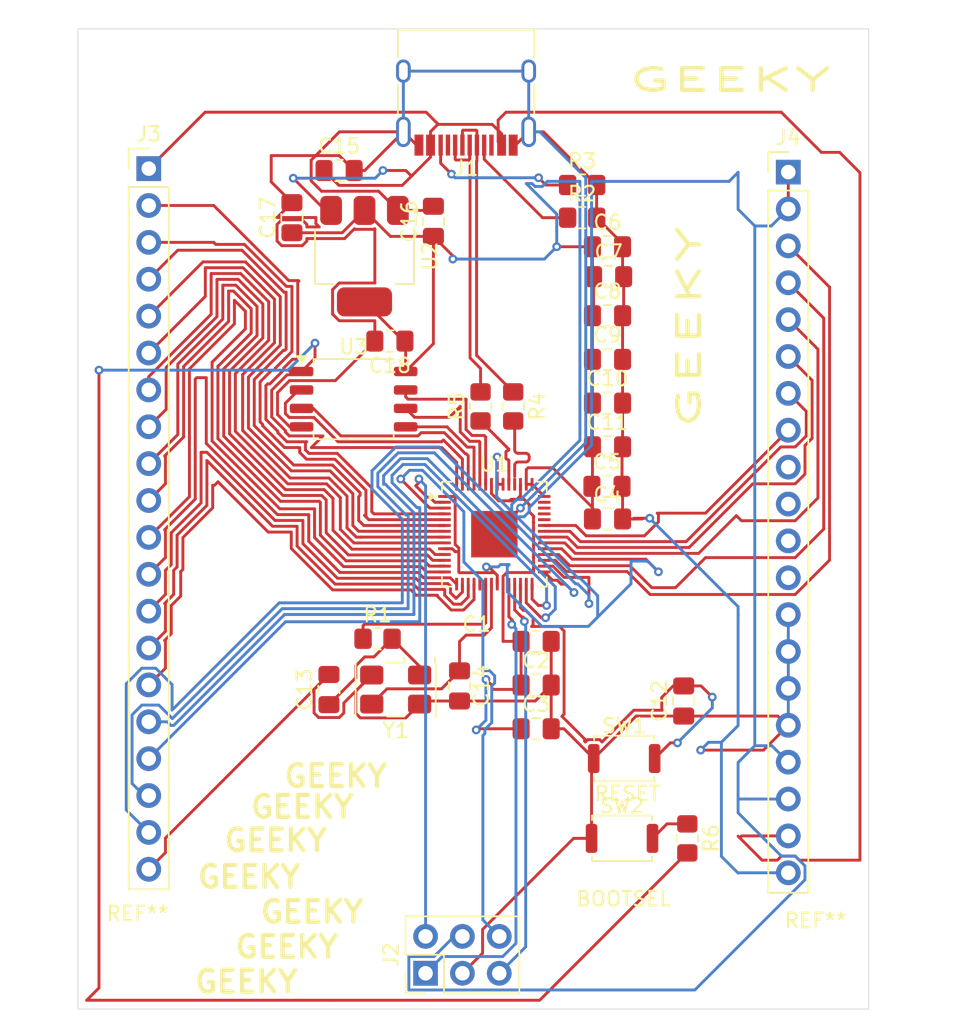
<source format=kicad_pcb>
(kicad_pcb (version 20241229) (generator "pcbnew") (generator_version "9.0")
  (layers (0 "F.Cu" signal) (2 "B.Cu" signal) (13 "F.Paste" user) (15 "B.Paste" user) (5 "F.SilkS" user "F.Silkscreen") (7 "B.SilkS" user "B.Silkscreen") (1 "F.Mask" user) (3 "B.Mask" user) (25 "Edge.Cuts" user))
  (net 0 "")
  (net 1 "GND")
  (net 2 "+1V1")
  (net 3 "+3.3V")
  (net 4 "Net-(U1-RUN)")
  (net 5 "Net-(C13-Pad1)")
  (net 6 "X0")
  (net 7 "+5V")
  (net 8 "D+")
  (net 9 "D-")
  (net 10 "CC2")
  (net 11 "CC1")
  (net 12 "SWCLK")
  (net 13 "TX0")
  (net 14 "SWD")
  (net 15 "RX0")
  (net 16 "GPIO3")
  (net 17 "GPIO10")
  (net 18 "GPIO5")
  (net 19 "GPIO12")
  (net 20 "GPIO7")
  (net 21 "GPIO8")
  (net 22 "GPIO18")
  (net 23 "GPIO4")
  (net 24 "GPIO9")
  (net 25 "GPIO19")
  (net 26 "GPIO11")
  (net 27 "GPIO13")
  (net 28 "GPIO16")
  (net 29 "GPIO15")
  (net 30 "GPIO6")
  (net 31 "GPIO17")
  (net 32 "GPIO2")
  (net 33 "GPIO14")
  (net 34 "ADC0")
  (net 35 "ADC2")
  (net 36 "ADC1")
  (net 37 "GPIO25")
  (net 38 "GPIO20")
  (net 39 "ADC3")
  (net 40 "GPIO23")
  (net 41 "GPIO24")
  (net 42 "GPIO22")
  (net 43 "GPIO21")
  (net 44 "XI")
  (net 45 "Net-(U1-USB_DM)")
  (net 46 "Net-(U1-USB_DP)")
  (net 47 "Net-(R6-Pad1)")
  (net 48 "QSPI_SS")
  (net 49 "QSPI_SD0")
  (net 50 "QSPI_SD2")
  (net 51 "QSPI_SD3")
  (net 56 "QSPI_SD1")
  (net 58 "QSPI_SCLK")
  (footprint "Resistor_SMD:R_0805_2012Metric_Pad1.20x1.40mm_HandSolder" (layer "F.Cu") (at 201.15 72.5)
    (property "Reference" "R1")
    (property "Value" "1k")
  )
  (footprint "MountingHole:MountingHole_2.2mm_M2" (layer "F.Cu") (at 184.61 94.58)
    (property "Reference" "REF**")
    (property "Value" "MountingHole_2.2mm_M2")
  )
  (footprint "Capacitor_SMD:C_0805_2012Metric_Pad1.18x1.45mm_HandSolder" (layer "F.Cu") (at 217 59.28)
    (property "Reference" "C11")
    (property "Value" "100nF")
  )
  (footprint "Package_SO:SOIC-8_5.3x5.3mm_P1.27mm" (layer "F.Cu") (at 199.5 56)
    (property "Reference" "U3")
    (property "Value" "W25Q128JVS")
  )
  (footprint "Resistor_SMD:R_0805_2012Metric_Pad1.20x1.40mm_HandSolder" (layer "F.Cu") (at 208.25 56.5 90)
    (property "Reference" "R5")
    (property "Value" "27")
  )
  (footprint "Connector_PinHeader_2.54mm:PinHeader_1x20_P2.54mm_Vertical" (layer "F.Cu") (at 229.46 40.36)
    (property "Reference" "J4")
    (property "Value" "Conn_01x20")
  )
  (footprint "Capacitor_SMD:C_0805_2012Metric_Pad1.18x1.45mm_HandSolder" (layer "F.Cu") (at 212.08 75.69)
    (property "Reference" "C2")
    (property "Value" "1uF")
  )
  (footprint "Capacitor_SMD:C_0805_2012Metric_Pad1.18x1.45mm_HandSolder" (layer "F.Cu") (at 195.25 43.5 90)
    (property "Reference" "C17")
    (property "Value" "10uF")
  )
  (footprint "MountingHole:MountingHole_2.2mm_M2" (layer "F.Cu") (at 231.34 95.06)
    (property "Reference" "REF**")
    (property "Value" "MountingHole_2.2mm_M2")
  )
  (footprint "Capacitor_SMD:C_0805_2012Metric_Pad1.18x1.45mm_HandSolder" (layer "F.Cu") (at 212.08 78.7)
    (property "Reference" "C3")
    (property "Value" "1uF")
  )
  (footprint "Resistor_SMD:R_0805_2012Metric_Pad1.20x1.40mm_HandSolder" (layer "F.Cu") (at 215.25 41.25)
    (property "Reference" "R3")
    (property "Value" "5.1k")
  )
  (footprint "Resistor_SMD:R_0805_2012Metric_Pad1.20x1.40mm_HandSolder" (layer "F.Cu") (at 222.5 86.25 -90)
    (property "Reference" "R6")
    (property "Value" "1k")
  )
  (footprint "Capacitor_SMD:C_0805_2012Metric_Pad1.18x1.45mm_HandSolder" (layer "F.Cu") (at 217 45.5)
    (property "Reference" "C6")
    (property "Value" "100nF")
  )
  (footprint "Connector_PinHeader_2.54mm:PinHeader_2x03_P2.54mm_Vertical" (layer "F.Cu") (at 204.46 95.54 90)
    (property "Reference" "J2")
    (property "Value" "DEBUG")
  )
  (footprint "Connector_PinHeader_2.54mm:PinHeader_1x20_P2.54mm_Vertical" (layer "F.Cu") (at 185.38 40.12)
    (property "Reference" "J3")
    (property "Value" "Conn_01x20")
  )
  (footprint "Capacitor_SMD:C_0805_2012Metric_Pad1.18x1.45mm_HandSolder" (layer "F.Cu") (at 217 56.27)
    (property "Reference" "C10")
    (property "Value" "100nF")
  )
  (footprint "Capacitor_SMD:C_0805_2012Metric_Pad1.18x1.45mm_HandSolder" (layer "F.Cu") (at 202 52 180)
    (property "Reference" "C18")
    (property "Value" "100nF")
  )
  (footprint "Capacitor_SMD:C_0805_2012Metric_Pad1.18x1.45mm_HandSolder" (layer "F.Cu") (at 217 64.25)
    (property "Reference" "C4")
    (property "Value" "1uF")
  )
  (footprint "Package_TO_SOT_SMD:SOT-223-3_TabPin2" (layer "F.Cu") (at 200.25 46.15 -90)
    (property "Reference" "U2")
    (property "Value" "AMS1117-3.3")
  )
  (footprint "Capacitor_SMD:C_0805_2012Metric_Pad1.18x1.45mm_HandSolder" (layer "F.Cu") (at 205 43.75 90)
    (property "Reference" "C16")
    (property "Value" "10uF")
  )
  (footprint "Resistor_SMD:R_0805_2012Metric_Pad1.20x1.40mm_HandSolder" (layer "F.Cu") (at 215.25 43.5)
    (property "Reference" "R2")
    (property "Value" "5.1k")
  )
  (footprint "Capacitor_SMD:C_0805_2012Metric_Pad1.18x1.45mm_HandSolder" (layer "F.Cu") (at 217.075 47.56)
    (property "Reference" "C7")
    (property "Value" "100nF")
  )
  (footprint "Capacitor_SMD:C_0805_2012Metric_Pad1.18x1.45mm_HandSolder" (layer "F.Cu") (at 216.9625 62)
    (property "Reference" "C5")
    (property "Value" "100nF")
  )
  (footprint "Button_Switch_SMD:SW_Push_SPST_NO_Alps_SKRK" (layer "F.Cu") (at 218 86.25)
    (property "Reference" "SW2")
    (property "Value" "BOOTSEL")
  )
  (footprint "Capacitor_SMD:C_0805_2012Metric_Pad1.18x1.45mm_HandSolder" (layer "F.Cu") (at 212.08 72.68)
    (property "Reference" "C1")
    (property "Value" "1uF")
  )
  (footprint "Package_DFN_QFN:QFN-56-1EP_7x7mm_P0.4mm_EP3.2x3.2mm" (layer "F.Cu") (at 209.2 65.3)
    (property "Reference" "U1")
    (property "Value" "RP2040")
  )
  (footprint "Capacitor_SMD:C_0805_2012Metric_Pad1.18x1.45mm_HandSolder" (layer "F.Cu") (at 198.5 40.25)
    (property "Reference" "C15")
    (property "Value" "10uF")
  )
  (footprint "Capacitor_SMD:C_0805_2012Metric_Pad1.18x1.45mm_HandSolder" (layer "F.Cu") (at 217 53.26)
    (property "Reference" "C9")
    (property "Value" "100nF")
  )
  (footprint "Capacitor_SMD:C_0805_2012Metric_Pad1.18x1.45mm_HandSolder" (layer "F.Cu") (at 197.8 76 90)
    (property "Reference" "C13")
    (property "Value" "18pF")
  )
  (footprint "Capacitor_SMD:C_0805_2012Metric_Pad1.18x1.45mm_HandSolder" (layer "F.Cu") (at 217 50.25)
    (property "Reference" "C8")
    (property "Value" "100nF")
  )
  (footprint "Resistor_SMD:R_0805_2012Metric_Pad1.20x1.40mm_HandSolder" (layer "F.Cu") (at 210.5 56.5 -90)
    (property "Reference" "R4")
    (property "Value" "27")
  )
  (footprint "Capacitor_SMD:C_0805_2012Metric_Pad1.18x1.45mm_HandSolder" (layer "F.Cu") (at 222.25 76.7875 90)
    (property "Reference" "C12")
    (property "Value" "100nF")
  )
  (footprint "Button_Switch_SMD:SW_Push_SPST_NO_Alps_SKRK" (layer "F.Cu") (at 218.15 80.75)
    (property "Reference" "SW1")
    (property "Value" "SW_Push")
  )
  (footprint "Crystal:Crystal_SMD_5032-4Pin_5.0x3.2mm" (layer "F.Cu") (at 202.4 76 180)
    (property "Reference" "Y1")
    (property "Value" "12MHz")
  )
  (footprint "Capacitor_SMD:C_0805_2012Metric_Pad1.18x1.45mm_HandSolder" (layer "F.Cu") (at 206.8 75.75 -90)
    (property "Reference" "C14")
    (property "Value" "18pF")
  )
  (footprint "Connector_USB:USB_C_Receptacle_HRO_TYPE-C-31-M-12" (layer "F.Cu") (at 207.25 34.455 180)
    (property "Reference" "J1")
    (property "Value" "USB_C_Receptacle_USB2.0_14P")
  )
  (gr_line (start 235 98) (end 180.5 98) (stroke (width 0.05)) (layer "Edge.Cuts"))
  (gr_line (start 235 30.5) (end 235 98) (stroke (width 0.05)) (layer "Edge.Cuts"))
  (gr_line (start 180.5 30.5) (end 235 30.5) (stroke (width 0.05)) (layer "Edge.Cuts"))
  (gr_line (start 180.5 98) (end 180.5 30.5) (stroke (width 0.05)) (layer "Edge.Cuts"))
  (gr_text "GEEKY" (at 223.5 58.25 90) (layer "F.SilkS") (effects (font (size 1.5 3) (thickness 0.3) (bold yes)) (justify left bottom)))
  (gr_text "RESET" (at 216 83.75 0) (layer "F.SilkS") (effects (font (size 1 1)) (justify left bottom)))
  (gr_text "GEEKY" (at 188.4 97 0) (layer "F.SilkS") (effects (font (size 1.5 1.5) (thickness 0.3) (bold yes)) (justify left bottom)))
  (gr_text "GEEKY" (at 194.56 82.84 0) (layer "F.SilkS") (effects (font (size 1.5 1.5) (thickness 0.3) (bold yes)) (justify left bottom)))
  (gr_text "GEEKY" (at 190.42 87.27 0) (layer "F.SilkS") (effects (font (size 1.5 1.5) (thickness 0.3) (bold yes)) (justify left bottom)))
  (gr_text "BOOTSEL" (at 214.75 91 0) (layer "F.SilkS") (effects (font (size 1 1)) (justify left bottom)))
  (gr_text "GEEKY" (at 191.19 94.6 0) (layer "F.SilkS") (effects (font (size 1.5 1.5) (thickness 0.3) (bold yes)) (justify left bottom)))
  (gr_text "GEEKY" (at 188.59 89.78 0) (layer "F.SilkS") (effects (font (size 1.5 1.5) (thickness 0.3) (bold yes)) (justify left bottom)))
  (gr_text "GEEKY" (at 192.93 92.19 0) (layer "F.SilkS") (effects (font (size 1.5 1.5) (thickness 0.3) (bold yes)) (justify left bottom)))
  (gr_text "GEEKY" (at 192.25 84.96 0) (layer "F.SilkS") (effects (font (size 1.5 1.5) (thickness 0.3) (bold yes)) (justify left bottom)))
  (gr_text "GEEKY" (at 218.23 34.9 0) (layer "F.SilkS") (effects (font (size 1.5 3) (thickness 0.3) (bold yes)) (justify left bottom)))
  (segment (start 195.100001 57.905) (end 194.256051 57.06105) (width 0.2) (layer "F.Cu") (net 1))
  (segment (start 195.9125 57.905) (end 195.100001 57.905) (width 0.2) (layer "F.Cu") (net 1))
  (segment (start 196.899 43.905008) (end 196.899 43.4885) (width 0.2) (layer "F.Cu") (net 1))
  (segment (start 194.256051 55.548959) (end 195.08401 54.721) (width 0.2) (layer "F.Cu") (net 1))
  (segment (start 218.0375 47.3125) (end 218.0375 45.5) (width 0.2) (layer "F.Cu") (net 1))
  (segment (start 204.05 77) (end 204.5 77) (width 0.2) (layer "F.Cu") (net 1))
  (segment (start 204.7125 43) (end 205 42.7125) (width 0.2) (layer "F.Cu") (net 1))
  (segment (start 193.82 41.0325) (end 195.25 42.4625) (width 0.2) (layer "F.Cu") (net 1))
  (segment (start 208.389 94.151) (end 207 95.54) (width 0.2) (layer "F.Cu") (net 1))
  (segment (start 229.46 78.46) (end 229.37 78.46) (width 0.2) (layer "F.Cu") (net 1))
  (segment (start 193.82 39.224) (end 193.82 41.0325) (width 0.2) (layer "F.Cu") (net 1))
  (segment (start 197.130492 44.1365) (end 196.899 43.905008) (width 0.2) (layer "F.Cu") (net 1))
  (segment (start 200.9625 50.601) (end 198.510942 50.601) (width 0.2) (layer "F.Cu") (net 1))
  (segment (start 198.2415 54.721) (end 200.9625 52) (width 0.2) (layer "F.Cu") (net 1))
  (segment (start 201.227 41.677) (end 197.29084 41.677) (width 0.2) (layer "F.Cu") (net 1))
  (segment (start 213.1175 72.68) (end 213.1175 75.69) (width 0.2) (layer "F.Cu") (net 1))
  (segment (start 216.25 43.5) (end 216.25 41.25) (width 0.2) (layer "F.Cu") (net 1))
  (segment (start 198.52884 37.585) (end 202.93 37.585) (width 0.2) (layer "F.Cu") (net 1))
  (segment (start 218.1125 49.8875) (end 218.1125 47.56) (width 0.2) (layer "F.Cu") (net 1))
  (segment (start 196.574 40.96016) (end 196.574 39.53984) (width 0.2) (layer "F.Cu") (net 1))
  (segment (start 218.0375 50.25) (end 218.0375 49.9625) (width 0.2) (layer "F.Cu") (net 1))
  (segment (start 215.9 86.25) (end 214.66224 86.25) (width 0.2) (layer "F.Cu") (net 1))
  (segment (start 196.276 44.9385) (end 196.276 45.11016) (width 0.2) (layer "F.Cu") (net 1))
  (segment (start 202.55 43) (end 201.227 41.677) (width 0.2) (layer "F.Cu") (net 1))
  (segment (start 219.91 64.2) (end 218.84 64.2) (width 0.2) (layer "F.Cu") (net 1))
  (segment (start 196.276 44.1365) (end 197.130492 44.1365) (width 0.2) (layer "F.Cu") (net 1))
  (segment (start 198.049 50.139058) (end 198.049 48.460942) (width 0.2) (layer "F.Cu") (net 1))
  (segment (start 196.574 39.53984) (end 198.52884 37.585) (width 0.2) (layer "F.Cu") (net 1))
  (segment (start 218.0375 64.25) (end 218.79 64.25) (width 0.2) (layer "F.Cu") (net 1))
  (segment (start 200.9625 52) (end 200.9625 50.601) (width 0.2) (layer "F.Cu") (net 1))
  (segment (start 218 62) (end 218 59.3175) (width 0.2) (layer "F.Cu") (net 1))
  (segment (start 186.531 86.2315) (end 197.8 74.9625) (width 0.2) (layer "F.Cu") (net 1))
  (segment (start 216.05 80.78) (end 215.9 80.93) (width 0.2) (layer "F.Cu") (net 1))
  (segment (start 186.531 87.229) (end 186.531 86.2315) (width 0.2) (layer "F.Cu") (net 1))
  (segment (start 198.8786 44.9385) (end 196.276 44.9385) (width 0.2) (layer "F.Cu") (net 1))
  (segment (start 218.0375 49.9625) (end 218.1125 49.8875) (width 0.2) (layer "F.Cu") (net 1))
  (segment (start 198.049 48.460942) (end 198.510942 47.999) (width 0.2) (layer "F.Cu") (net 1))
  (segment (start 228.735 77.825) (end 222.25 77.825) (width 0.2) (layer "F.Cu") (net 1))
  (segment (start 218.0375 53.26) (end 218.0375 50.25) (width 0.2) (layer "F.Cu") (net 1))
  (segment (start 196.774 75.9885) (end 196.774 77.61016) (width 0.2) (layer "F.Cu") (net 1))
  (segment (start 196.276 43.96484) (end 196.276 44.1365) (width 0.2) (layer "F.Cu") (net 1))
  (segment (start 218.0375 45.5) (end 218.0375 45.2875) (width 0.2) (layer "F.Cu") (net 1))
  (segment (start 198.826 76.924) (end 200.75 75) (width 0.2) (layer "F.Cu") (net 1))
  (segment (start 202.55 43) (end 204.7125 43) (width 0.2) (layer "F.Cu") (net 1))
  (segment (start 210.655 38.5) (end 211.57 37.585) (width 0.2) (layer "F.Cu") (net 1))
  (segment (start 212.02 76.7875) (end 213.1175 75.69) (width 0.2) (layer "F.Cu") (net 1))
  (segment (start 204.05 77) (end 203.099 77.951) (width 0.2) (layer "F.Cu") (net 1))
  (segment (start 229.46 78.46) (end 227.75 80.17) (width 0.2) (layer "F.Cu") (net 1))
  (segment (start 196.276 45.11016) (end 195.96016 45.426) (width 0.2) (layer "F.Cu") (net 1))
  (segment (start 218 59.3175) (end 218.0375 59.28) (width 0.2) (layer "F.Cu") (net 1))
  (segment (start 218.0375 45.2875) (end 216.25 43.5) (width 0.2) (layer "F.Cu") (net 1))
  (segment (start 199.5375 40.25) (end 198.5115 39.224) (width 0.2) (layer "F.Cu") (net 1))
  (segment (start 195.96016 43.649) (end 196.276 43.96484) (width 0.2) (layer "F.Cu") (net 1))
  (segment (start 197.8 74.9625) (end 196.774 75.9885) (width 0.2) (layer "F.Cu") (net 1))
  (segment (start 216.05 80.75) (end 216.05 80.78) (width 0.2) (layer "F.Cu") (net 1))
  (segment (start 198.51016 77.926) (end 198.826 77.61016) (width 0.2) (layer "F.Cu") (net 1))
  (segment (start 199.649 77.63516) (end 199.649 76.101) (width 0.2) (layer "F.Cu") (net 1))
  (segment (start 208.389 92.52324) (end 208.389 94.151) (width 0.2) (layer "F.Cu") (net 1))
  (segment (start 196.899 43.4885) (end 194.224 43.4885) (width 0.2) (layer "F.Cu") (net 1))
  (segment (start 218.975 77.825) (end 216.05 80.75) (width 0.2) (layer "F.Cu") (net 1))
  (segment (start 198.826 77.61016) (end 198.826 76.924) (width 0.2) (layer "F.Cu") (net 1))
  (segment (start 200.905008 44.301) (end 199.594992 44.301) (width 0.2) (layer "F.Cu") (net 1))
  (segment (start 204.5 77) (end 204.7125 76.7875) (width 0.2) (layer "F.Cu") (net 1))
  (segment (start 218.0375 62.0375) (end 218 62) (width 0.2) (layer "F.Cu") (net 1))
  (segment (start 209.2 65.3) (end 211 63.5) (width 0.2) (layer "F.Cu") (net 1))
  (segment (start 198.5115 39.224) (end 193.82 39.224) (width 0.2) (layer "F.Cu") (net 1))
  (segment (start 227.75 80.17) (end 223.42 80.17) (width 0.2) (layer "F.Cu") (net 1))
  (segment (start 206.8 76.7875) (end 212.02 76.7875) (width 0.2) (layer "F.Cu") (net 1))
  (segment (start 198.510942 47.999) (end 200.9625 47.999) (width 0.2) (layer "F.Cu") (net 1))
  (segment (start 203.099 77.951) (end 199.96484 77.951) (width 0.2) (layer "F.Cu") (net 1))
  (segment (start 229.37 78.46) (end 228.735 77.825) (width 0.2) (layer "F.Cu") (net 1))
  (segment (start 218.0375 64.25) (end 218.0375 62.0375) (width 0.2) (layer "F.Cu") (net 1))
  (segment (start 194.224 43.4885) (end 195.25 42.4625) (width 0.2) (layer "F.Cu") (net 1))
  (segment (start 203.845 38.5) (end 202.93 37.585) (width 0.2) (layer "F.Cu") (net 1))
  (segment (start 198.510942 50.601) (end 198.049 50.139058) (width 0.2) (layer "F.Cu") (net 1))
  (segment (start 197.08984 77.926) (end 198.51016 77.926) (width 0.2) (layer "F.Cu") (net 1))
  (segment (start 199.5375 40.25) (end 200.265 40.25) (width 0.2) (layer "F.Cu") (net 1))
  (segment (start 195.08401 54.721) (end 198.2415 54.721) (width 0.2) (layer "F.Cu") (net 1))
  (segment (start 194.224 43.96484) (end 194.53984 43.649) (width 0.2) (layer "F.Cu") (net 1))
  (segment (start 194.256051 57.06105) (end 194.256051 55.548959) (width 0.2) (layer "F.Cu") (net 1))
  (segment (start 194.53984 45.426) (end 194.224 45.11016) (width 0.2) (layer "F.Cu") (net 1))
  (segment (start 197.29084 41.677) (end 196.574 40.96016) (width 0.2) (layer "F.Cu") (net 1))
  (segment (start 222.25 77.825) (end 218.975 77.825) (width 0.2) (layer "F.Cu") (net 1))
  (segment (start 218.1125 47.3875) (end 218.0375 47.3125) (width 0.2) (layer "F.Cu") (net 1))
  (segment (start 194.53984 43.649) (end 195.96016 43.649) (width 0.2) (layer "F.Cu") (net 1))
  (segment (start 218.0375 59.28) (end 218.0375 56.27) (width 0.2) (layer "F.Cu") (net 1))
  (segment (start 218.1125 47.56) (end 218.1125 47.3875) (width 0.2) (layer "F.Cu") (net 1))
  (segment (start 200.9625 44.2796) (end 200.944454 44.261554) (width 0.2) (layer "F.Cu") (net 1))
  (segment (start 200.265 40.25) (end 202.93 37.585) (width 0.2) (layer "F.Cu") (net 1))
  (segment (start 214 78.7) (end 216.05 80.75) (width 0.2) (layer "F.Cu") (net 1))
  (segment (start 199.555546 44.261554) (end 198.8786 44.9385) (width 0.2) (layer "F.Cu") (net 1))
  (segment (start 204.7125 76.7875) (end 206.8 76.7875) (width 0.2) (layer "F.Cu") (net 1))
  (segment (start 204 38.5) (end 203.845 38.5) (width 0.2) (layer "F.Cu") (net 1))
  (segment (start 212.585 37.585) (end 211.57 37.585) (width 0.2) (layer "F.Cu") (net 1))
  (segment (start 213.1175 78.7) (end 214 78.7) (width 0.2) (layer "F.Cu") (net 1))
  (segment (start 200.9625 47.999) (end 200.9625 44.2796) (width 0.2) (layer "F.Cu") (net 1))
  (segment (start 213.1175 75.69) (end 213.1175 78.7) (width 0.2) (layer "F.Cu") (net 1))
  (segment (start 215.9 80.93) (end 215.9 86.25) (width 0.2) (layer "F.Cu") (net 1))
  (segment (start 218.0375 53.26) (end 218.0375 56.27) (width 0.2) (layer "F.Cu") (net 1))
  (segment (start 199.649 76.101) (end 200.75 75) (width 0.2) (layer "F.Cu") (net 1))
  (segment (start 218.84 64.2) (end 218.79 64.25) (width 0.2) (layer "F.Cu") (net 1))
  (segment (start 194.224 45.11016) (end 194.224 43.96484) (width 0.2) (layer "F.Cu") (net 1))
  (segment (start 196.774 77.61016) (end 197.08984 77.926) (width 0.2) (layer "F.Cu") (net 1))
  (segment (start 195.96016 45.426) (end 194.53984 45.426) (width 0.2) (layer "F.Cu") (net 1))
  (segment (start 185.38 88.38) (end 186.531 87.229) (width 0.2) (layer "F.Cu") (net 1))
  (segment (start 218.79 64.25) (end 219.39 64.25) (width 0.2) (layer "F.Cu") (net 1))
  (segment (start 210.5 38.5) (end 210.655 38.5) (width 0.2) (layer "F.Cu") (net 1))
  (segment (start 199.594992 44.301) (end 199.555546 44.261554) (width 0.2) (layer "F.Cu") (net 1))
  (segment (start 216.25 41.25) (end 212.585 37.585) (width 0.2) (layer "F.Cu") (net 1))
  (segment (start 199.96484 77.951) (end 199.649 77.63516) (width 0.2) (layer "F.Cu") (net 1))
  (segment (start 200.944454 44.261554) (end 200.905008 44.301) (width 0.2) (layer "F.Cu") (net 1))
  (segment (start 214.66224 86.25) (end 208.389 92.52324) (width 0.2) (layer "F.Cu") (net 1))
  (via (at 219.91 64.2) (size 0.6) (drill 0.3) (layers "F.Cu" "B.Cu") (net 1))
  (via (at 223.42 80.17) (size 0.6) (drill 0.3) (layers "F.Cu" "B.Cu") (net 1))
  (via (at 211 63.5) (size 0.6) (drill 0.3) (layers "F.Cu" "B.Cu") (net 1))
  (segment (start 202.93 37.585) (end 202.93 33.405) (width 0.2) (layer "B.Cu") (net 1))
  (segment (start 224.849 79.631) (end 223.959 79.631) (width 0.2) (layer "B.Cu") (net 1))
  (segment (start 215.5 40.75) (end 212.335 37.585) (width 0.2) (layer "B.Cu") (net 1))
  (segment (start 226 88.64) (end 226.02 88.62) (width 0.2) (layer "B.Cu") (net 1))
  (segment (start 215.5 59) (end 215.5 40.75) (width 0.2) (layer "B.Cu") (net 1))
  (segment (start 211 63.5) (end 215.5 59) (width 0.2) (layer "B.Cu") (net 1))
  (segment (start 223.959 79.631) (end 223.42 80.17) (width 0.2) (layer "B.Cu") (net 1))
  (segment (start 229.46 75.92) (end 229.46 78.46) (width 0.2) (layer "B.Cu") (net 1))
  (segment (start 226 70.86) (end 226 70.93) (width 0.2) (layer "B.Cu") (net 1))
  (segment (start 212.335 37.585) (end 211.57 37.585) (width 0.2) (layer "B.Cu") (net 1))
  (segment (start 226 70.93) (end 226 70.29) (width 0.2) (layer "B.Cu") (net 1))
  (segment (start 226.02 88.62) (end 229.46 88.62) (width 0.2) (layer "B.Cu") (net 1))
  (segment (start 202.93 33.405) (end 211.57 33.405) (width 0.2) (layer "B.Cu") (net 1))
  (segment (start 224.849 79.631) (end 224.849 87.489) (width 0.2) (layer "B.Cu") (net 1))
  (segment (start 224.849 87.489) (end 226 88.64) (width 0.2) (layer "B.Cu") (net 1))
  (segment (start 226 78.48) (end 224.849 79.631) (width 0.2) (layer "B.Cu") (net 1))
  (segment (start 229.46 73.38) (end 229.46 75.92) (width 0.2) (layer "B.Cu") (net 1))
  (segment (start 229.46 70.84) (end 229.46 73.38) (width 0.2) (layer "B.Cu") (net 1))
  (segment (start 226 70.93) (end 226 78.48) (width 0.2) (layer "B.Cu") (net 1))
  (segment (start 226 70.29) (end 219.91 64.2) (width 0.2) (layer "B.Cu") (net 1))
  (segment (start 211.57 33.405) (end 211.57 37.585) (width 0.2) (layer "B.Cu") (net 1))
  (segment (start 210.25 63) (end 210.650057 63) (width 0.2) (layer "F.Cu") (net 2))
  (segment (start 211.601 63.251057) (end 211.601 63.748943) (width 0.2) (layer "F.Cu") (net 2))
  (segment (start 211.0425 75.69) (end 210.7425 75.99) (width 0.2) (layer "F.Cu") (net 2))
  (segment (start 211.899 65.703226) (end 211.899 66.096774) (width 0.2) (layer "F.Cu") (net 2))
  (segment (start 210.650057 63) (end 211 62.650057) (width 0.2) (layer "F.Cu") (net 2))
  (segment (start 211.902226 67.3) (end 211.899 67.303226) (width 0.2) (layer "F.Cu") (net 2))
  (segment (start 211.902226 66.5) (end 211.899 66.503226) (width 0.2) (layer "F.Cu") (net 2))
  (segment (start 211.899 64.903226) (end 211.899 65.296774) (width 0.2) (layer "F.Cu") (net 2))
  (segment (start 211.601 63.748943) (end 211.899 64.046943) (width 0.2) (layer "F.Cu") (net 2))
  (segment (start 209.8 68.7375) (end 209.8 69.529) (width 0.2) (layer "F.Cu") (net 2))
  (segment (start 210.88 72.5175) (end 211.0425 72.68) (width 0.2) (layer "F.Cu") (net 2))
  (segment (start 211.902226 64.9) (end 211.899 64.903226) (width 0.2) (layer "F.Cu") (net 2))
  (segment (start 211.83 67.94) (end 210.06 67.94) (width 0.2) (layer "F.Cu") (net 2))
  (segment (start 209.8 68.2) (end 209.8 68.7375) (width 0.2) (layer "F.Cu") (net 2))
  (segment (start 210.06 67.94) (end 209.8 68.2) (width 0.2) (layer "F.Cu") (net 2))
  (segment (start 211.899 66.896774) (end 211.902226 66.9) (width 0.2) (layer "F.Cu") (net 2))
  (segment (start 211 62.650057) (end 211 61.8625) (width 0.2) (layer "F.Cu") (net 2))
  (segment (start 211.0425 72.68) (end 209.799 72.68) (width 0.2) (layer "F.Cu") (net 2))
  (segment (start 211.902226 67.7) (end 211.899 67.703226) (width 0.2) (layer "F.Cu") (net 2))
  (segment (start 209 61.8625) (end 209 62.5) (width 0.2) (layer "F.Cu") (net 2))
  (segment (start 211.248943 62.899) (end 211.601 63.251057) (width 0.2) (layer "F.Cu") (net 2))
  (segment (start 211.899 66.103226) (end 211.899 66.496774) (width 0.2) (layer "F.Cu") (net 2))
  (segment (start 211.902226 66.1) (end 211.899 66.103226) (width 0.2) (layer "F.Cu") (net 2))
  (segment (start 211.899 65.696774) (end 211.902226 65.7) (width 0.2) (layer "F.Cu") (net 2))
  (segment (start 211.902226 66.9) (end 211.899 66.903226) (width 0.2) (layer "F.Cu") (net 2))
  (segment (start 209.03 75.71) (end 208.62 75.3) (width 0.2) (layer "F.Cu") (net 2))
  (segment (start 211.899 64.103226) (end 211.899 64.496774) (width 0.2) (layer "F.Cu") (net 2))
  (segment (start 208.03 78.7) (end 211.0425 78.7) (width 0.2) (layer "F.Cu") (net 2))
  (segment (start 211.899 67.296774) (end 211.902226 67.3) (width 0.2) (layer "F.Cu") (net 2))
  (segment (start 209.03 75.99) (end 209.03 75.71) (width 0.2) (layer "F.Cu") (net 2))
  (segment (start 211.899 65.303226) (end 211.899 65.696774) (width 0.2) (layer "F.Cu") (net 2))
  (segment (start 209.799 72.68) (end 209.799 69.53) (width 0.2) (layer "F.Cu") (net 2))
  (segment (start 209 62.5) (end 209.5 63) (width 0.2) (layer "F.Cu") (net 2))
  (segment (start 211.899 66.496774) (end 211.902226 66.5) (width 0.2) (layer "F.Cu") (net 2))
  (segment (start 209.5 63) (end 210.25 63) (width 0.2) (layer "F.Cu") (net 2))
  (segment (start 211.899 64.496774) (end 211.902226 64.5) (width 0.2) (layer "F.Cu") (net 2))
  (segment (start 211.899 64.046943) (end 211.899 64.096774) (width 0.2) (layer "F.Cu") (net 2))
  (segment (start 209.799 69.53) (end 209.799 69.271774) (width 0.2) (layer "F.Cu") (net 2))
  (segment (start 210.25 63) (end 210.351 62.899) (width 0.2) (layer "F.Cu") (net 2))
  (segment (start 209.8 69.529) (end 209.799 69.53) (width 0.2) (layer "F.Cu") (net 2))
  (segment (start 211.899 66.503226) (end 211.899 66.896774) (width 0.2) (layer "F.Cu") (net 2))
  (segment (start 211.899 67.303226) (end 211.899 67.696774) (width 0.2) (layer "F.Cu") (net 2))
  (segment (start 211.899 65.296774) (end 211.902226 65.3) (width 0.2) (layer "F.Cu") (net 2))
  (segment (start 211.0425 72.68) (end 211.0425 75.69) (width 0.2) (layer "F.Cu") (net 2))
  (segment (start 211.899 66.903226) (end 211.899 67.296774) (width 0.2) (layer "F.Cu") (net 2))
  (segment (start 211.899 64.896774) (end 211.902226 64.9) (width 0.2) (layer "F.Cu") (net 2))
  (segment (start 211.899 64.503226) (end 211.899 64.896774) (width 0.2) (layer "F.Cu") (net 2))
  (segment (start 211.899 67.871) (end 211.83 67.94) (width 0.2) (layer "F.Cu") (net 2))
  (segment (start 210.7425 75.99) (end 209.03 75.99) (width 0.2) (layer "F.Cu") (net 2))
  (segment (start 211.902226 64.1) (end 211.899 64.103226) (width 0.2) (layer "F.Cu") (net 2))
  (segment (start 211.902226 65.7) (end 211.899 65.703226) (width 0.2) (layer "F.Cu") (net 2))
  (segment (start 211.902226 65.3) (end 211.899 65.303226) (width 0.2) (layer "F.Cu") (net 2))
  (segment (start 211.899 67.703226) (end 211.899 67.871) (width 0.2) (layer "F.Cu") (net 2))
  (segment (start 211.899 67.696774) (end 211.902226 67.7) (width 0.2) (layer "F.Cu") (net 2))
  (segment (start 211.902226 64.5) (end 211.899 64.503226) (width 0.2) (layer "F.Cu") (net 2))
  (segment (start 210.351 62.899) (end 211.248943 62.899) (width 0.2) (layer "F.Cu") (net 2))
  (segment (start 211.899 66.096774) (end 211.902226 66.1) (width 0.2) (layer "F.Cu") (net 2))
  (segment (start 211.899 64.096774) (end 211.902226 64.1) (width 0.2) (layer "F.Cu") (net 2))
  (segment (start 207.95 78.78) (end 208.03 78.7) (width 0.2) (layer "F.Cu") (net 2))
  (via (at 208.62 75.3) (size 0.6) (drill 0.3) (layers "F.Cu" "B.Cu") (net 2))
  (via (at 207.95 78.78) (size 0.6) (drill 0.3) (layers "F.Cu" "B.Cu") (net 2))
  (segment (start 208.62 78.11) (end 207.95 78.78) (width 0.2) (layer "B.Cu") (net 2))
  (segment (start 207.95 78.78) (end 207.94 78.79) (width 0.2) (layer "B.Cu") (net 2))
  (segment (start 208.62 75.3) (end 208.62 78.11) (width 0.2) (layer "B.Cu") (net 2))
  (segment (start 209.398732 59.98) (end 209.398732 60.448732) (width 0.2) (layer "F.Cu") (net 3))
  (segment (start 209.31 68.04) (end 208.82 67.55) (width 0.2) (layer "F.Cu") (net 3))
  (segment (start 215.9625 61.9625) (end 215.925 62) (width 0.2) (layer "F.Cu") (net 3))
  (segment (start 206.79 67.95) (end 206.75 67.91) (width 0.2) (layer "F.Cu") (net 3))
  (segment (start 206.34 46.35) (end 206.34 46.38) (width 0.2) (layer "F.Cu") (net 3))
  (segment (start 211.8 61.8625) (end 212.6375 62.7) (width 0.2) (layer "F.Cu") (net 3))
  (segment (start 216.0375 47.56) (end 216.0375 50.175) (width 0.2) (layer "F.Cu") (net 3))
  (segment (start 206.75 66.25) (end 206.75 66.5) (width 0.2) (layer "F.Cu") (net 3))
  (segment (start 215.9625 45.5) (end 215.9625 47.485) (width 0.2) (layer "F.Cu") (net 3))
  (segment (start 200.25 43) (end 198.7125 44.5375) (width 0.2) (layer "F.Cu") (net 3))
  (segment (start 214.561 67.021) (end 213.84 66.3) (width 0.2) (layer "F.Cu") (net 3))
  (segment (start 206.75 67.91) (end 206.75 66.5) (width 0.2) (layer "F.Cu") (net 3))
  (segment (start 211.4 60.85) (end 211.4 61.8625) (width 0.2) (layer "F.Cu") (net 3))
  (segment (start 209.31 68.04) (end 209.22 67.95) (width 0.2) (layer "F.Cu") (net 3))
  (segment (start 206.5 62.75) (end 206.5 66) (width 0.2) (layer "F.Cu") (net 3))
  (segment (start 203.0875 52.05) (end 203.0375 52) (width 0.2) (layer "F.Cu") (net 3))
  (segment (start 202.95 52) (end 203.0375 52) (width 0.2) (layer "F.Cu") (net 3))
  (segment (start 215.9625 63.4625) (end 213.223797 60.723797) (width 0.2) (layer "F.Cu") (net 3))
  (segment (start 209.398732 60.448732) (end 209.4 60.45) (width 0.2) (layer "F.Cu") (net 3))
  (segment (start 203.0875 54.095) (end 205 52.1825) (width 0.2) (layer "F.Cu") (net 3))
  (segment (start 215.9625 45.5) (end 213.5 45.5) (width 0.2) (layer "F.Cu") (net 3))
  (segment (start 209.4 68.7375) (end 209.4 68.13) (width 0.2) (layer "F.Cu") (net 3))
  (segment (start 205.7625 62.7) (end 206.45 62.7) (width 0.2) (layer "F.Cu") (net 3))
  (segment (start 200.25 43) (end 202.0375 44.7875) (width 0.2) (layer "F.Cu") (net 3))
  (segment (start 205 44.7875) (end 206.34 46.1275) (width 0.2) (layer "F.Cu") (net 3))
  (segment (start 202.0375 44.7875) (end 205 44.7875) (width 0.2) (layer "F.Cu") (net 3))
  (segment (start 215.9625 56.27) (end 215.9625 59.28) (width 0.2) (layer "F.Cu") (net 3))
  (segment (start 213.223797 60.723797) (end 211.526203 60.723797) (width 0.2) (layer "F.Cu") (net 3))
  (segment (start 206.5 66) (end 206.75 66.25) (width 0.2) (layer "F.Cu") (net 3))
  (segment (start 229.46 40.36) (end 229.46 42.9) (width 0.2) (layer "F.Cu") (net 3))
  (segment (start 211.8 61.8625) (end 211.4 61.8625) (width 0.2) (layer "F.Cu") (net 3))
  (segment (start 211.526203 60.723797) (end 211.4 60.85) (width 0.2) (layer "F.Cu") (net 3))
  (segment (start 219.641 67.021) (end 214.561 67.021) (width 0.2) (layer "F.Cu") (net 3))
  (segment (start 216.0375 50.175) (end 215.9625 50.25) (width 0.2) (layer "F.Cu") (net 3))
  (segment (start 215.925 61.675) (end 215.925 62) (width 0.2) (layer "F.Cu") (net 3))
  (segment (start 215.9625 64.25) (end 215.9625 62.0375) (width 0.2) (layer "F.Cu") (net 3))
  (segment (start 213.84 66.3) (end 212.6375 66.3) (width 0.2) (layer "F.Cu") (net 3))
  (segment (start 220.51 67.89) (end 219.641 67.021) (width 0.2) (layer "F.Cu") (net 3))
  (segment (start 209.4 60.45) (end 209.4 61.8625) (width 0.2) (layer "F.Cu") (net 3))
  (segment (start 215.9625 62.0375) (end 215.925 62) (width 0.2) (layer "F.Cu") (net 3))
  (segment (start 205 52.1825) (end 205 44.7875) (width 0.2) (layer "F.Cu") (net 3))
  (segment (start 203.0875 54.095) (end 203.0875 52.05) (width 0.2) (layer "F.Cu") (net 3))
  (segment (start 200.25 49.3) (end 202.95 52) (width 0.2) (layer "F.Cu") (net 3))
  (segment (start 215.9625 53.26) (end 215.9625 56.27) (width 0.2) (layer "F.Cu") (net 3))
  (segment (start 209.4 68.13) (end 209.31 68.04) (width 0.2) (layer "F.Cu") (net 3))
  (segment (start 215.9625 47.485) (end 216.0375 47.56) (width 0.2) (layer "F.Cu") (net 3))
  (segment (start 209.22 67.95) (end 206.79 67.95) (width 0.2) (layer "F.Cu") (net 3))
  (segment (start 198.7125 44.5375) (end 195.25 44.5375) (width 0.2) (layer "F.Cu") (net 3))
  (segment (start 205.7625 66.3) (end 206.297774 66.3) (width 0.2) (layer "F.Cu") (net 3))
  (segment (start 215.9625 59.28) (end 215.9625 61.9625) (width 0.2) (layer "F.Cu") (net 3))
  (segment (start 206.497774 66.5) (end 206.297774 66.3) (width 0.2) (layer "F.Cu") (net 3))
  (segment (start 215.9625 64.25) (end 215.9625 63.4625) (width 0.2) (layer "F.Cu") (net 3))
  (segment (start 206.45 62.7) (end 206.5 62.75) (width 0.2) (layer "F.Cu") (net 3))
  (segment (start 209.8 61.8625) (end 209.4 61.8625) (width 0.2) (layer "F.Cu") (net 3))
  (segment (start 208.82 67.55) (end 208.65 67.55) (width 0.2) (layer "F.Cu") (net 3))
  (segment (start 206.75 66.5) (end 206.497774 66.5) (width 0.2) (layer "F.Cu") (net 3))
  (segment (start 215.9625 50.25) (end 215.9625 53.26) (width 0.2) (layer "F.Cu") (net 3))
  (segment (start 206.34 46.1275) (end 206.34 46.35) (width 0.2) (layer "F.Cu") (net 3))
  (via (at 220.51 67.89) (size 0.6) (drill 0.3) (layers "F.Cu" "B.Cu") (net 3))
  (via (at 208.65 67.55) (size 0.6) (drill 0.3) (layers "F.Cu" "B.Cu") (net 3))
  (via (at 213.5 45.5) (size 0.6) (drill 0.3) (layers "F.Cu" "B.Cu") (net 3))
  (via (at 206.34 46.35) (size 0.6) (drill 0.3) (layers "F.Cu" "B.Cu") (net 3))
  (via (at 209.398732 59.98) (size 0.6) (drill 0.3) (layers "F.Cu" "B.Cu") (net 3))
  (segment (start 215.99 71.34) (end 218.62 68.71) (width 0.2) (layer "B.Cu") (net 3))
  (segment (start 212.498943 41.351) (end 212.849943 41) (width 0.2) (layer "B.Cu") (net 3))
  (segment (start 226 42.92) (end 227.151 44.071) (width 0.2) (layer "B.Cu") (net 3))
  (segment (start 219.78 67.21) (end 219.83 67.21) (width 0.2) (layer "B.Cu") (net 3))
  (segment (start 210.399 63.748943) (end 210.751057 64.101) (width 0.2) (layer "B.Cu") (net 3))
  (segment (start 215.099 41) (end 215.099 58.8339) (width 0.2) (layer "B.Cu") (net 3))
  (segment (start 215.679 71.651) (end 212.481057 71.651) (width 0.2) (layer "B.Cu") (net 3))
  (segment (start 211.0339 62.899) (end 210.751057 62.899) (width 0.2) (layer "B.Cu") (net 3))
  (segment (start 209.36 62.709943) (end 214.968057 68.318) (width 0.2) (layer "B.Cu") (net 3))
  (segment (start 215.901 59.1661) (end 215.901 41) (width 0.2) (layer "B.Cu") (net 3))
  (segment (start 226 83.56) (end 226.02 83.54) (width 0.2) (layer "B.Cu") (net 3))
  (segment (start 216.321 71.009) (end 215.99 71.34) (width 0.2) (layer "B.Cu") (net 3))
  (segment (start 229.93676 87.469) (end 230.611 88.14324) (width 0.2) (layer "B.Cu") (net 3))
  (segment (start 212.481057 71.651) (end 210.09 69.259943) (width 0.2) (layer "B.Cu") (net 3))
  (segment (start 230.611 89.09676) (end 223.01676 96.691) (width 0.2) (layer "B.Cu") (net 3))
  (segment (start 226 83.56) (end 226 81.02) (width 0.2) (layer "B.Cu") (net 3))
  (segment (start 215.105043 68.318) (end 216.321 69.533957) (width 0.2) (layer "B.Cu") (net 3))
  (segment (start 215.099 58.8339) (end 211.0339 62.899) (width 0.2) (layer "B.Cu") (net 3))
  (segment (start 210.09 69.259943) (end 210.09 67.52) (width 0.2) (layer "B.Cu") (net 3))
  (segment (start 209.47 67.55) (end 208.65 67.55) (width 0.2) (layer "B.Cu") (net 3))
  (segment (start 227.151 44.071) (end 227.151 79.869) (width 0.2) (layer "B.Cu") (net 3))
  (segment (start 215.99 71.34) (end 215.679 71.651) (width 0.2) (layer "B.Cu") (net 3))
  (segment (start 212.65 46.35) (end 213.5 45.5) (width 0.2) (layer "B.Cu") (net 3))
  (segment (start 216.321 69.533957) (end 216.321 71.009) (width 0.2) (layer "B.Cu") (net 3))
  (segment (start 219.83 67.21) (end 220.51 67.89) (width 0.2) (layer "B.Cu") (net 3))
  (segment (start 203.309 96.691) (end 203.309 94.389) (width 0.2) (layer "B.Cu") (net 3))
  (segment (start 212.849943 41) (end 215.099 41) (width 0.2) (layer "B.Cu") (net 3))
  (segment (start 218.62 68.71) (end 218.62 67.15) (width 0.2) (layer "B.Cu") (net 3))
  (segment (start 226 83.56) (end 226 84.48576) (width 0.2) (layer "B.Cu") (net 3))
  (segment (start 203.309 94.389) (end 205.0439 94.389) (width 0.2) (layer "B.Cu") (net 3))
  (segment (start 223.01676 96.691) (end 203.309 96.691) (width 0.2) (layer "B.Cu") (net 3))
  (segment (start 210.09 67.52) (end 210.22 67.39) (width 0.2) (layer "B.Cu") (net 3))
  (segment (start 213.5 45.5) (end 213.5 43.25) (width 0.2) (layer "B.Cu") (net 3))
  (segment (start 210.399 63.251057) (end 210.399 63.748943) (width 0.2) (layer "B.Cu") (net 3))
  (segment (start 218.62 67.15) (end 219.72 67.15) (width 0.2) (layer "B.Cu") (net 3))
  (segment (start 209.36 60.018732) (end 209.36 62.709943) (width 0.2) (layer "B.Cu") (net 3))
  (segment (start 226 40.38) (end 226 42.92) (width 0.2) (layer "B.Cu") (net 3))
  (segment (start 209.63 67.39) (end 209.47 67.55) (width 0.2) (layer "B.Cu") (net 3))
  (segment (start 225.38 41) (end 226 40.38) (width 0.2) (layer "B.Cu") (net 3))
  (segment (start 213.5 43.25) (end 211.401 41.151) (width 0.2) (layer "B.Cu") (net 3))
  (segment (start 210.751057 62.899) (end 210.399 63.251057) (width 0.2) (layer "B.Cu") (net 3))
  (segment (start 214.968057 68.318) (end 215.105043 68.318) (width 0.2) (layer "B.Cu") (net 3))
  (segment (start 211.601 63.748943) (end 211.601 63.4661) (width 0.2) (layer "B.Cu") (net 3))
  (segment (start 228.289 44.071) (end 229.46 42.9) (width 0.2) (layer "B.Cu") (net 3))
  (segment (start 211.801057 41.151) (end 212.001057 41.351) (width 0.2) (layer "B.Cu") (net 3))
  (segment (start 209.398732 59.98) (end 209.36 60.018732) (width 0.2) (layer "B.Cu") (net 3))
  (segment (start 215.901 41) (end 225.38 41) (width 0.2) (layer "B.Cu") (net 3))
  (segment (start 228.98324 87.469) (end 229.93676 87.469) (width 0.2) (layer "B.Cu") (net 3))
  (segment (start 226.02 83.54) (end 229.46 83.54) (width 0.2) (layer "B.Cu") (net 3))
  (segment (start 227.151 79.869) (end 226 81.02) (width 0.2) (layer "B.Cu") (net 3))
  (segment (start 210.22 67.39) (end 209.63 67.39) (width 0.2) (layer "B.Cu") (net 3))
  (segment (start 219.72 67.15) (end 219.78 67.21) (width 0.2) (layer "B.Cu") (net 3))
  (segment (start 211.601 63.4661) (end 215.901 59.1661) (width 0.2) (layer "B.Cu") (net 3))
  (segment (start 227.151 44.071) (end 228.289 44.071) (width 0.2) (layer "B.Cu") (net 3))
  (segment (start 212.001057 41.351) (end 212.498943 41.351) (width 0.2) (layer "B.Cu") (net 3))
  (segment (start 227.151 79.869) (end 228.329 79.869) (width 0.2) (layer "B.Cu") (net 3))
  (segment (start 211.401 41.151) (end 211.801057 41.151) (width 0.2) (layer "B.Cu") (net 3))
  (segment (start 210.751057 64.101) (end 211.248943 64.101) (width 0.2) (layer "B.Cu") (net 3))
  (segment (start 230.611 88.14324) (end 230.611 89.09676) (width 0.2) (layer "B.Cu") (net 3))
  (segment (start 226 84.48576) (end 228.98324 87.469) (width 0.2) (layer "B.Cu") (net 3))
  (segment (start 206.4329 93) (end 207 93) (width 0.2) (layer "B.Cu") (net 3))
  (segment (start 228.329 79.869) (end 229.46 81) (width 0.2) (layer "B.Cu") (net 3))
  (segment (start 211.248943 64.101) (end 211.601 63.748943) (width 0.2) (layer "B.Cu") (net 3))
  (segment (start 206.34 46.35) (end 212.65 46.35) (width 0.2) (layer "B.Cu") (net 3))
  (segment (start 205.0439 94.389) (end 206.4329 93) (width 0.2) (layer "B.Cu") (net 3))
  (segment (start 211 68.7375) (end 211 70.35) (width 0.2) (layer "F.Cu") (net 4))
  (segment (start 211.869578 71.059563) (end 211.869578 71.557449) (width 0.2) (layer "F.Cu") (net 4))
  (segment (start 221.525 75.75) (end 222.25 75.75) (width 0.2) (layer "F.Cu") (net 4))
  (segment (start 215.42355 79.55645) (end 215.476518 79.609418) (width 0.2) (layer "F.Cu") (net 4))
  (segment (start 215.636936 79.449) (end 216.463064 79.449) (width 0.2) (layer "F.Cu") (net 4))
  (segment (start 223.45 75.75) (end 222.25 75.75) (width 0.2) (layer "F.Cu") (net 4))
  (segment (start 220.74 76.535) (end 221.525 75.75) (width 0.2) (layer "F.Cu") (net 4))
  (segment (start 213.85808 77.84192) (end 215.42355 79.40739) (width 0.2) (layer "F.Cu") (net 4))
  (segment (start 211.19 70.54) (end 211.350015 70.54) (width 0.2) (layer "F.Cu") (net 4))
  (segment (start 220.25 80.75) (end 221.33 79.67) (width 0.2) (layer "F.Cu") (net 4))
  (segment (start 220.74 77.4) (end 220.74 76.535) (width 0.2) (layer "F.Cu") (net 4))
  (segment (start 211.350015 70.54) (end 211.869578 71.059563) (width 0.2) (layer "F.Cu") (net 4))
  (segment (start 215.42355 79.40739) (end 215.42355 79.55645) (width 0.2) (layer "F.Cu") (net 4))
  (segment (start 216.463064 79.449) (end 216.623482 79.609418) (width 0.2) (layer "F.Cu") (net 4))
  (segment (start 211.869578 71.557449) (end 211.773027 71.654) (width 0.2) (layer "F.Cu") (net 4))
  (segment (start 218.8089 77.424) (end 220.764 77.424) (width 0.2) (layer "F.Cu") (net 4))
  (segment (start 211 70.35) (end 211.19 70.54) (width 0.2) (layer "F.Cu") (net 4))
  (segment (start 216.623482 79.609418) (end 218.8089 77.424) (width 0.2) (layer "F.Cu") (net 4))
  (segment (start 211.773027 71.654) (end 213.69016 71.654) (width 0.2) (layer "F.Cu") (net 4))
  (segment (start 215.476518 79.609418) (end 215.636936 79.449) (width 0.2) (layer "F.Cu") (net 4))
  (segment (start 214.006 71.96984) (end 214.006 77.694) (width 0.2) (layer "F.Cu") (net 4))
  (segment (start 213.69016 71.654) (end 214.006 71.96984) (width 0.2) (layer "F.Cu") (net 4))
  (segment (start 214.006 77.694) (end 213.85808 77.84192) (width 0.2) (layer "F.Cu") (net 4))
  (segment (start 221.33 79.67) (end 221.82 79.67) (width 0.2) (layer "F.Cu") (net 4))
  (segment (start 220.764 77.424) (end 220.74 77.4) (width 0.2) (layer "F.Cu") (net 4))
  (segment (start 224.22 76.52) (end 223.45 75.75) (width 0.2) (layer "F.Cu") (net 4))
  (via (at 221.82 79.67) (size 0.6) (drill 0.3) (layers "F.Cu" "B.Cu") (net 4))
  (via (at 224.22 76.52) (size 0.6) (drill 0.3) (layers "F.Cu" "B.Cu") (net 4))
  (segment (start 224.22 77.27) (end 224.22 76.52) (width 0.2) (layer "B.Cu") (net 4))
  (segment (start 221.82 79.67) (end 224.22 77.27) (width 0.2) (layer "B.Cu") (net 4))
  (segment (start 199.649 75.1885) (end 199.649 74.36484) (width 0.2) (layer "F.Cu") (net 5))
  (segment (start 199.649 74.36484) (end 200.26384 73.75) (width 0.2) (layer "F.Cu") (net 5))
  (segment (start 197.8 77.0375) (end 199.649 75.1885) (width 0.2) (layer "F.Cu") (net 5))
  (segment (start 204.05 74.4) (end 202.15 72.5) (width 0.2) (layer "F.Cu") (net 5))
  (segment (start 200.9 73.75) (end 202.15 72.5) (width 0.2) (layer "F.Cu") (net 5))
  (segment (start 200.26384 73.75) (end 200.9 73.75) (width 0.2) (layer "F.Cu") (net 5))
  (segment (start 204.05 75) (end 204.05 74.4) (width 0.2) (layer "F.Cu") (net 5))
  (segment (start 205.5615 75.951) (end 206.8 74.7125) (width 0.2) (layer "F.Cu") (net 6))
  (segment (start 208.5 72.25) (end 207.25 72.25) (width 0.2) (layer "F.Cu") (net 6))
  (segment (start 207.25 72.25) (end 206.8 72.7) (width 0.2) (layer "F.Cu") (net 6))
  (segment (start 209 71.75) (end 208.5 72.25) (width 0.2) (layer "F.Cu") (net 6))
  (segment (start 201.799 75.951) (end 205.5615 75.951) (width 0.2) (layer "F.Cu") (net 6))
  (segment (start 209 68.7375) (end 209 71.75) (width 0.2) (layer "F.Cu") (net 6))
  (segment (start 200.75 77) (end 201.799 75.951) (width 0.2) (layer "F.Cu") (net 6))
  (segment (start 206.8 72.7) (end 206.8 74.7125) (width 0.2) (layer "F.Cu") (net 6))
  (segment (start 228.974869 36.234) (end 231.740869 39) (width 0.2) (layer "F.Cu") (net 7))
  (segment (start 202.851 41.276) (end 198.4885 41.276) (width 0.2) (layer "F.Cu") (net 7))
  (segment (start 209.7 37.723) (end 209.7 38.5) (width 0.2) (layer "F.Cu") (net 7))
  (segment (start 185.38 40.12) (end 189.266 36.234) (width 0.2) (layer "F.Cu") (net 7))
  (segment (start 204.495008 36.234) (end 205.302 37.040992) (width 0.2) (layer "F.Cu") (net 7))
  (segment (start 204.8 38.5) (end 204.8 39.327) (width 0.2) (layer "F.Cu") (net 7))
  (segment (start 228.70224 87.75) (end 227.65 87.75) (width 0.2) (layer "F.Cu") (net 7))
  (segment (start 204.8 38.5) (end 204.8 37.575) (width 0.2) (layer "F.Cu") (net 7))
  (segment (start 227.65 87.75) (end 226.11 86.21) (width 0.2) (layer "F.Cu") (net 7))
  (segment (start 205.302 37.040992) (end 205.302 37.073) (width 0.2) (layer "F.Cu") (net 7))
  (segment (start 197.56 43) (end 195.34 40.78) (width 0.2) (layer "F.Cu") (net 7))
  (segment (start 204.8 39.327) (end 203.4885 40.6385) (width 0.2) (layer "F.Cu") (net 7))
  (segment (start 204.8 37.575) (end 205.302 37.073) (width 0.2) (layer "F.Cu") (net 7))
  (segment (start 205.302 37.073) (end 209.05 37.073) (width 0.2) (layer "F.Cu") (net 7))
  (segment (start 233 39) (end 234.399 40.399) (width 0.2) (layer "F.Cu") (net 7))
  (segment (start 226.11 86.21) (end 226.24 86.08) (width 0.2) (layer "F.Cu") (net 7))
  (segment (start 209.05 37.073) (end 209.7 37.723) (width 0.2) (layer "F.Cu") (net 7))
  (segment (start 228.98324 87.469) (end 228.70224 87.75) (width 0.2) (layer "F.Cu") (net 7))
  (segment (start 226.24 86.08) (end 229.46 86.08) (width 0.2) (layer "F.Cu") (net 7))
  (segment (start 234.399 87.75) (end 230.21776 87.75) (width 0.2) (layer "F.Cu") (net 7))
  (segment (start 189.266 36.234) (end 204.495008 36.234) (width 0.2) (layer "F.Cu") (net 7))
  (segment (start 231.740869 39) (end 233 39) (width 0.2) (layer "F.Cu") (net 7))
  (segment (start 234.399 40.399) (end 234.399 87.75) (width 0.2) (layer "F.Cu") (net 7))
  (segment (start 209.464 38.264) (end 209.464 36.774992) (width 0.2) (layer "F.Cu") (net 7))
  (segment (start 226.11 86.21) (end 226 86.1) (width 0.2) (layer "F.Cu") (net 7))
  (segment (start 209.7 38.5) (end 209.464 38.264) (width 0.2) (layer "F.Cu") (net 7))
  (segment (start 203.4885 40.6385) (end 202.851 41.276) (width 0.2) (layer "F.Cu") (net 7))
  (segment (start 198.4885 41.276) (end 197.4625 40.25) (width 0.2) (layer "F.Cu") (net 7))
  (segment (start 197.95 43) (end 197.56 43) (width 0.2) (layer "F.Cu") (net 7))
  (segment (start 229.93676 87.469) (end 228.98324 87.469) (width 0.2) (layer "F.Cu") (net 7))
  (segment (start 210.004992 36.234) (end 228.974869 36.234) (width 0.2) (layer "F.Cu") (net 7))
  (segment (start 230.21776 87.75) (end 229.93676 87.469) (width 0.2) (layer "F.Cu") (net 7))
  (segment (start 209.464 36.774992) (end 210.004992 36.234) (width 0.2) (layer "F.Cu") (net 7))
  (segment (start 201.52 40.25) (end 203.1 40.25) (width 0.2) (layer "F.Cu") (net 7))
  (segment (start 203.1 40.25) (end 203.4885 40.6385) (width 0.2) (layer "F.Cu") (net 7))
  (via (at 195.34 40.78) (size 0.6) (drill 0.3) (layers "F.Cu" "B.Cu") (net 7))
  (via (at 201.52 40.25) (size 0.6) (drill 0.3) (layers "F.Cu" "B.Cu") (net 7))
  (segment (start 200.99 40.78) (end 201.52 40.25) (width 0.2) (layer "B.Cu") (net 7))
  (segment (start 195.34 40.78) (end 200.99 40.78) (width 0.2) (layer "B.Cu") (net 7))
  (segment (start 207.5 38.5) (end 207.5 39.587501) (width 0.2) (layer "F.Cu") (net 8))
  (segment (start 207.525 53.161397) (end 208.25 53.886397) (width 0.2) (layer "F.Cu") (net 8))
  (segment (start 206.549 39.526) (end 206.5 39.477) (width 0.2) (layer "F.Cu") (net 8))
  (segment (start 207.5 39.587501) (end 207.525 39.612501) (width 0.2) (layer "F.Cu") (net 8))
  (segment (start 207.5 39.477) (end 207.451 39.526) (width 0.2) (layer "F.Cu") (net 8))
  (segment (start 206.5 39.477) (end 206.5 38.5) (width 0.2) (layer "F.Cu") (net 8))
  (segment (start 207.451 39.526) (end 206.549 39.526) (width 0.2) (layer "F.Cu") (net 8))
  (segment (start 207.5 38.5) (end 207.5 39.477) (width 0.2) (layer "F.Cu") (net 8))
  (segment (start 208.25 53.886397) (end 208.25 55.5) (width 0.2) (layer "F.Cu") (net 8))
  (segment (start 207.525 39.612501) (end 207.525 53.161397) (width 0.2) (layer "F.Cu") (net 8))
  (segment (start 208 38.5) (end 208 39.587501) (width 0.2) (layer "F.Cu") (net 9))
  (segment (start 207 38.5) (end 207 37.523) (width 0.2) (layer "F.Cu") (net 9))
  (segment (start 207 37.523) (end 207.049 37.474) (width 0.2) (layer "F.Cu") (net 9))
  (segment (start 207.951 37.474) (end 208 37.523) (width 0.2) (layer "F.Cu") (net 9))
  (segment (start 208 37.523) (end 208 38.5) (width 0.2) (layer "F.Cu") (net 9))
  (segment (start 208 39.587501) (end 207.975 39.612501) (width 0.2) (layer "F.Cu") (net 9))
  (segment (start 207.975 39.612501) (end 207.975 52.975) (width 0.2) (layer "F.Cu") (net 9))
  (segment (start 207.049 37.474) (end 207.951 37.474) (width 0.2) (layer "F.Cu") (net 9))
  (segment (start 207.975 52.975) (end 210.5 55.5) (width 0.2) (layer "F.Cu") (net 9))
  (segment (start 205.5 38.5) (end 205.5 39.75) (width 0.2) (layer "F.Cu") (net 10))
  (segment (start 212.75 41.25) (end 212.25 40.75) (width 0.2) (layer "F.Cu") (net 10))
  (segment (start 205.5 39.75) (end 206.25 40.5) (width 0.2) (layer "F.Cu") (net 10))
  (segment (start 214.25 41.25) (end 212.75 41.25) (width 0.2) (layer "F.Cu") (net 10))
  (via (at 206.25 40.5) (size 0.6) (drill 0.3) (layers "F.Cu" "B.Cu") (net 10))
  (via (at 212.25 40.75) (size 0.6) (drill 0.3) (layers "F.Cu" "B.Cu") (net 10))
  (segment (start 206.5 40.75) (end 206.25 40.5) (width 0.2) (layer "B.Cu") (net 10))
  (segment (start 212.25 40.75) (end 206.5 40.75) (width 0.2) (layer "B.Cu") (net 10))
  (segment (start 208.5 39.477) (end 212.523 43.5) (width 0.2) (layer "F.Cu") (net 11))
  (segment (start 212.523 43.5) (end 214.25 43.5) (width 0.2) (layer "F.Cu") (net 11))
  (segment (start 208.5 38.5) (end 208.5 39.477) (width 0.2) (layer "F.Cu") (net 11))
  (segment (start 210.2 70.98) (end 210.2 68.7375) (width 0.2) (layer "F.Cu") (net 12))
  (segment (start 210.399 71.515032) (end 210.399 71.281) (width 0.2) (layer "F.Cu") (net 12))
  (segment (start 210.399 71.179) (end 210.2 70.98) (width 0.2) (layer "F.Cu") (net 12))
  (segment (start 210.399 71.281) (end 210.45 71.23) (width 0.2) (layer "F.Cu") (net 12))
  (segment (start 210.399 71.515032) (end 210.399 71.179) (width 0.2) (layer "F.Cu") (net 12))
  (via (at 210.399 71.515032) (size 0.6) (drill 0.3) (layers "F.Cu" "B.Cu") (net 12))
  (segment (start 210.691 71.807032) (end 210.691 93.47676) (width 0.2) (layer "B.Cu") (net 12))
  (segment (start 210.691 93.47676) (end 209.77876 94.389) (width 0.2) (layer "B.Cu") (net 12))
  (segment (start 205.611 94.389) (end 204.46 95.54) (width 0.2) (layer "B.Cu") (net 12))
  (segment (start 209.77876 94.389) (end 205.611 94.389) (width 0.2) (layer "B.Cu") (net 12))
  (segment (start 210.399 71.515032) (end 210.691 71.807032) (width 0.2) (layer "B.Cu") (net 12))
  (segment (start 203.78355 61.96645) (end 204 61.75) (width 0.2) (layer "F.Cu") (net 13))
  (segment (start 205.1 63.1) (end 204.75 62.75) (width 0.2) (layer "F.Cu") (net 13))
  (segment (start 204.5671 62.75) (end 203.78355 61.96645) (width 0.2) (layer "F.Cu") (net 13))
  (segment (start 205.7625 63.1) (end 205.1 63.1) (width 0.2) (layer "F.Cu") (net 13))
  (segment (start 204 61.75) (end 204 61.5) (width 0.2) (layer "F.Cu") (net 13))
  (segment (start 204.75 62.75) (end 204.5671 62.75) (width 0.2) (layer "F.Cu") (net 13))
  (via (at 204 61.5) (size 0.6) (drill 0.3) (layers "F.Cu" "B.Cu") (net 13))
  (segment (start 204.46 61.96) (end 204.46 93) (width 0.2) (layer "B.Cu") (net 13))
  (segment (start 204 61.5) (end 204.46 61.96) (width 0.2) (layer "B.Cu") (net 13))
  (segment (start 211.28 71.297084) (end 211.28 71.11) (width 0.2) (layer "F.Cu") (net 14))
  (segment (start 210.6 70.52) (end 210.6 68.7375) (width 0.2) (layer "F.Cu") (net 14))
  (segment (start 211.17 71) (end 211.08 71) (width 0.2) (layer "F.Cu") (net 14))
  (segment (start 211.28 71.11) (end 211.17 71) (width 0.2) (layer "F.Cu") (net 14))
  (segment (start 211.08 71) (end 210.6 70.52) (width 0.2) (layer "F.Cu") (net 14))
  (segment (start 211.268578 71.308506) (end 211.28 71.297084) (width 0.2) (layer "F.Cu") (net 14))
  (via (at 211.268578 71.308506) (size 0.6) (drill 0.3) (layers "F.Cu" "B.Cu") (net 14))
  (segment (start 211.36 93.72) (end 209.54 95.54) (width 0.2) (layer "B.Cu") (net 14))
  (segment (start 211.268578 71.308506) (end 211.36 71.399928) (width 0.2) (layer "B.Cu") (net 14))
  (segment (start 211.36 71.399928) (end 211.36 93.72) (width 0.2) (layer "B.Cu") (net 14))
  (segment (start 205.7625 63.5) (end 204.75 63.5) (width 0.2) (layer "F.Cu") (net 15))
  (segment (start 204.75 63.5) (end 202.75 61.5) (width 0.2) (layer "F.Cu") (net 15))
  (via (at 202.75 61.5) (size 0.6) (drill 0.3) (layers "F.Cu" "B.Cu") (net 15))
  (segment (start 203.351 60.899) (end 204.248943 60.899) (width 0.2) (layer "B.Cu") (net 15))
  (segment (start 209.021 78.2761) (end 208.551 78.7461) (width 0.2) (layer "B.Cu") (net 15))
  (segment (start 204.248943 60.899) (end 207.1 63.750057) (width 0.2) (layer "B.Cu") (net 15))
  (segment (start 208.868943 74.699) (end 209.221 75.051057) (width 0.2) (layer "B.Cu") (net 15))
  (segment (start 209.021 75.748943) (end 209.021 78.2761) (width 0.2) (layer "B.Cu") (net 15))
  (segment (start 208.41 68.53) (end 208.41 74.699) (width 0.2) (layer "B.Cu") (net 15))
  (segment (start 209.221 75.051057) (end 209.221 75.548943) (width 0.2) (layer "B.Cu") (net 15))
  (segment (start 208.551 79.028943) (end 208.41 79.169943) (width 0.2) (layer "B.Cu") (net 15))
  (segment (start 202.75 61.5) (end 203.351 60.899) (width 0.2) (layer "B.Cu") (net 15))
  (segment (start 208.41 74.699) (end 208.868943 74.699) (width 0.2) (layer "B.Cu") (net 15))
  (segment (start 208.551 78.7461) (end 208.551 79.028943) (width 0.2) (layer "B.Cu") (net 15))
  (segment (start 208.41 79.169943) (end 208.41 91.87) (width 0.2) (layer "B.Cu") (net 15))
  (segment (start 208.41 91.87) (end 209.54 93) (width 0.2) (layer "B.Cu") (net 15))
  (segment (start 209.221 75.548943) (end 209.021 75.748943) (width 0.2) (layer "B.Cu") (net 15))
  (segment (start 207.1 67.22) (end 208.41 68.53) (width 0.2) (layer "B.Cu") (net 15))
  (segment (start 207.1 63.750057) (end 207.1 67.22) (width 0.2) (layer "B.Cu") (net 15))
  (segment (start 205.7625 64.3) (end 200.55 64.3) (width 0.2) (layer "F.Cu") (net 16))
  (segment (start 190 45.34) (end 189.86 45.2) (width 0.2) (layer "F.Cu") (net 16))
  (segment (start 200.349 62.2761) (end 198.2079 60.135) (width 0.2) (layer "F.Cu") (net 16))
  (segment (start 195.7815 59.333) (end 194.73381 59.333) (width 0.2) (layer "F.Cu") (net 16))
  (segment (start 195.7815 59.6652) (end 195.7815 59.333) (width 0.2) (layer "F.Cu") (net 16))
  (segment (start 191.9729 45.34) (end 190 45.34) (width 0.2) (layer "F.Cu") (net 16))
  (segment (start 193.053051 57.55935) (end 193.053051 54.806949) (width 0.2) (layer "F.Cu") (net 16))
  (segment (start 200.55 64.3) (end 200.36 64.11) (width 0.2) (layer "F.Cu") (net 16))
  (segment (start 193.22685 57.733149) (end 193.053051 57.55935) (width 0.2) (layer "F.Cu") (net 16))
  (segment (start 193.848145 54.011855) (end 194.091855 54.011855) (width 0.2) (layer "F.Cu") (net 16))
  (segment (start 194.73381 59.333) (end 193.22685 57.82604) (width 0.2) (layer "F.Cu") (net 16))
  (segment (start 189.86 45.2) (end 185.38 45.2) (width 0.2) (layer "F.Cu") (net 16))
  (segment (start 198.2079 60.135) (end 196.2513 60.135) (width 0.2) (layer "F.Cu") (net 16))
  (segment (start 195.249 52.71891) (end 195.249 48.231) (width 0.2) (layer "F.Cu") (net 16))
  (segment (start 194.091855 54.011855) (end 194.091855 53.876055) (width 0.2) (layer "F.Cu") (net 16))
  (segment (start 194.091855 53.876055) (end 195.249 52.71891) (width 0.2) (layer "F.Cu") (net 16))
  (segment (start 200.36 64.11) (end 200.25 64) (width 0.2) (layer "F.Cu") (net 16))
  (segment (start 200.36 64.11) (end 200.349 64.099) (width 0.2) (layer "F.Cu") (net 16))
  (segment (start 193.053051 54.806949) (end 193.848145 54.011855) (width 0.2) (layer "F.Cu") (net 16))
  (segment (start 194.8639 48.231) (end 191.9729 45.34) (width 0.2) (layer "F.Cu") (net 16))
  (segment (start 193.22685 57.82604) (end 193.22685 57.733149) (width 0.2) (layer "F.Cu") (net 16))
  (segment (start 195.249 48.231) (end 194.8639 48.231) (width 0.2) (layer "F.Cu") (net 16))
  (segment (start 200.349 64.099) (end 200.349 62.2761) (width 0.2) (layer "F.Cu") (net 16))
  (segment (start 196.2513 60.135) (end 195.7815 59.6652) (width 0.2) (layer "F.Cu") (net 16))
  (segment (start 190.147 58.71589) (end 190.147 53.7433) (width 0.2) (layer "F.Cu") (net 17))
  (segment (start 190.88445 48.55065) (end 190.88445 50.64685) (width 0.2) (layer "F.Cu") (net 17))
  (segment (start 186.47743 59.90967) (end 186.531 59.96324) (width 0.2) (layer "F.Cu") (net 17))
  (segment (start 187.7831 58.604) (end 186.47743 59.90967) (width 0.2) (layer "F.Cu") (net 17))
  (segment (start 192.442 49.7788) (end 191.21385 48.55065) (width 0.2) (layer "F.Cu") (net 17))
  (segment (start 192.442 51.4483) (end 192.442 49.7788) (width 0.2) (layer "F.Cu") (net 17))
  (segment (start 205.7625 67.5) (end 204.728 67.5) (width 0.2) (layer "F.Cu") (net 17))
  (segment (start 205.7625 67.5) (end 205.76 67.5) (width 0.2) (layer "F.Cu") (net 17))
  (segment (start 190.88445 50.64685) (end 187.7831 53.7482) (width 0.2) (layer "F.Cu") (net 17))
  (segment (start 197.20915 63.10595) (end 197.1364 63.0332) (width 0.2) (layer "F.Cu") (net 17))
  (segment (start 194.46431 63.0332) (end 190.147 58.71589) (width 0.2) (layer "F.Cu") (net 17))
  (segment (start 190.147 53.7433) (end 192.442 51.4483) (width 0.2) (layer "F.Cu") (net 17))
  (segment (start 205.7625 67.5) (end 205.4542 67.5) (width 0.2) (layer "F.Cu") (net 17))
  (segment (start 186.531 61.829) (end 185.38 62.98) (width 0.2) (layer "F.Cu") (net 17))
  (segment (start 204.36 67.132) (end 198.9749 67.132) (width 0.2) (layer "F.Cu") (net 17))
  (segment (start 197.1364 63.0332) (end 194.46431 63.0332) (width 0.2) (layer "F.Cu") (net 17))
  (segment (start 198.9749 67.132) (end 197.20915 65.36625) (width 0.2) (layer "F.Cu") (net 17))
  (segment (start 197.20915 65.36625) (end 197.20915 63.10595) (width 0.2) (layer "F.Cu") (net 17))
  (segment (start 204.728 67.5) (end 204.36 67.132) (width 0.2) (layer "F.Cu") (net 17))
  (segment (start 191.21385 48.55065) (end 190.88445 48.55065) (width 0.2) (layer "F.Cu") (net 17))
  (segment (start 187.7831 53.7482) (end 187.7831 58.604) (width 0.2) (layer "F.Cu") (net 17))
  (segment (start 186.531 59.96324) (end 186.531 61.829) (width 0.2) (layer "F.Cu") (net 17))
  (segment (start 205.7625 65.1) (end 199.85 65.1) (width 0.2) (layer "F.Cu") (net 18))
  (segment (start 197.8757 60.937) (end 195.20361 60.937) (width 0.2) (layer "F.Cu") (net 18))
  (segment (start 199.448 64.698) (end 199.448 62.5093) (width 0.2) (layer "F.Cu") (net 18))
  (segment (start 194.447 52.2788) (end 194.447 48.9483) (width 0.2) (layer "F.Cu") (net 18))
  (segment (start 199.85 65.1) (end 199.448 64.698) (width 0.2) (layer "F.Cu") (net 18))
  (segment (start 194.447 48.9483) (end 192.04435 46.54565) (width 0.2) (layer "F.Cu") (net 18))
  (segment (start 192.251051 54.474749) (end 194.447 52.2788) (width 0.2) (layer "F.Cu") (net 18))
  (segment (start 189.11435 46.54565) (end 185.38 50.28) (width 0.2) (layer "F.Cu") (net 18))
  (segment (start 192.251051 57.984441) (end 192.251051 54.474749) (width 0.2) (layer "F.Cu") (net 18))
  (segment (start 192.04435 46.54565) (end 189.11435 46.54565) (width 0.2) (layer "F.Cu") (net 18))
  (segment (start 195.20361 60.937) (end 192.251051 57.984441) (width 0.2) (layer "F.Cu") (net 18))
  (segment (start 199.448 62.5093) (end 197.8757 60.937) (width 0.2) (layer "F.Cu") (net 18))
  (segment (start 194.24791 63.951) (end 189.345 59.04809) (width 0.2) (layer "F.Cu") (net 19))
  (segment (start 203.95 67.934) (end 198.554 67.934) (width 0.2) (layer "F.Cu") (net 19))
  (segment (start 188.5851 54.62) (end 188.5851 62.882) (width 0.2) (layer "F.Cu") (net 19))
  (segment (start 186.531 66.909) (end 185.38 68.06) (width 0.2) (layer "F.Cu") (net 19))
  (segment (start 189.345 59.04809) (end 189.345 54.52) (width 0.2) (layer "F.Cu") (net 19))
  (segment (start 188.6851 54.52) (end 188.5851 54.62) (width 0.2) (layer "F.Cu") (net 19))
  (segment (start 189.345 54.52) (end 188.6851 54.52) (width 0.2) (layer "F.Cu") (net 19))
  (segment (start 198.554 67.934) (end 196.40715 65.78715) (width 0.2) (layer "F.Cu") (net 19))
  (segment (start 188.5851 62.882) (end 186.47743 64.98967) (width 0.2) (layer "F.Cu") (net 19))
  (segment (start 196.40715 65.78715) (end 196.40715 63.951) (width 0.2) (layer "F.Cu") (net 19))
  (segment (start 186.47743 64.98967) (end 186.531 65.04324) (width 0.2) (layer "F.Cu") (net 19))
  (segment (start 186.531 65.04324) (end 186.531 66.909) (width 0.2) (layer "F.Cu") (net 19))
  (segment (start 196.40715 63.951) (end 194.24791 63.951) (width 0.2) (layer "F.Cu") (net 19))
  (segment (start 206.6 68.7375) (end 206.1635 68.301) (width 0.2) (layer "F.Cu") (net 19))
  (segment (start 206.1635 68.301) (end 204.317 68.301) (width 0.2) (layer "F.Cu") (net 19))
  (segment (start 204.317 68.301) (end 203.95 67.934) (width 0.2) (layer "F.Cu") (net 19))
  (segment (start 194.96261 61.8302) (end 191.35 58.21759) (width 0.2) (layer "F.Cu") (net 20))
  (segment (start 189.68145 50.14855) (end 185.38 54.45) (width 0.2) (layer "F.Cu") (net 20))
  (segment (start 191.35 54.2416) (end 193.645 51.9466) (width 0.2) (layer "F.Cu") (net 20))
  (segment (start 205.218 65.902) (end 199.5178 65.902) (width 0.2) (layer "F.Cu") (net 20))
  (segment (start 198.58725 62.78275) (end 197.6347 61.8302) (width 0.2) (layer "F.Cu") (net 20))
  (segment (start 197.6347 61.8302) (end 194.96261 61.8302) (width 0.2) (layer "F.Cu") (net 20))
  (segment (start 193.645 51.9466) (end 193.645 49.2805) (width 0.2) (layer "F.Cu") (net 20))
  (segment (start 185.38 54.45) (end 185.38 55.36) (width 0.2) (layer "F.Cu") (net 20))
  (segment (start 205.7625 65.9) (end 205.22 65.9) (width 0.2) (layer "F.Cu") (net 20))
  (segment (start 191.71215 47.34765) (end 189.68145 47.34765) (width 0.2) (layer "F.Cu") (net 20))
  (segment (start 191.35 58.21759) (end 191.35 54.2416) (width 0.2) (layer "F.Cu") (net 20))
  (segment (start 205.22 65.9) (end 205.218 65.902) (width 0.2) (layer "F.Cu") (net 20))
  (segment (start 199.5178 65.902) (end 198.58725 64.97145) (width 0.2) (layer "F.Cu") (net 20))
  (segment (start 198.58725 64.97145) (end 198.58725 62.78275) (width 0.2) (layer "F.Cu") (net 20))
  (segment (start 193.645 49.2805) (end 191.71215 47.34765) (width 0.2) (layer "F.Cu") (net 20))
  (segment (start 189.68145 47.34765) (end 189.68145 50.14855) (width 0.2) (layer "F.Cu") (net 20))
  (segment (start 199.3787 66.33) (end 198.08 65.0313) (width 0.2) (layer "F.Cu") (net 21))
  (segment (start 198.08 65.0313) (end 198.08 62.8426) (width 0.2) (layer "F.Cu") (net 21))
  (segment (start 198.08 62.8426) (end 197.4686 62.2312) (width 0.2) (layer "F.Cu") (net 21))
  (segment (start 205.12 66.7) (end 204.75 66.33) (width 0.2) (layer "F.Cu") (net 21))
  (segment (start 194.79651 62.2312) (end 190.949 58.38369) (width 0.2) (layer "F.Cu") (net 21))
  (segment (start 186.57855 56.70145) (end 185.38 57.9) (width 0.2) (layer "F.Cu") (net 21))
  (segment (start 190.949 58.38369) (end 190.949 54.0755) (width 0.2) (layer "F.Cu") (net 21))
  (segment (start 204.75 66.33) (end 199.3787 66.33) (width 0.2) (layer "F.Cu") (net 21))
  (segment (start 191.54605 47.74865) (end 190.08245 47.74865) (width 0.2) (layer "F.Cu") (net 21))
  (segment (start 197.4686 62.2312) (end 194.79651 62.2312) (width 0.2) (layer "F.Cu") (net 21))
  (segment (start 205.7625 66.7) (end 205.12 66.7) (width 0.2) (layer "F.Cu") (net 21))
  (segment (start 190.08245 47.74865) (end 190.08245 50.31465) (width 0.2) (layer "F.Cu") (net 21))
  (segment (start 193.244 51.7805) (end 193.244 49.4466) (width 0.2) (layer "F.Cu") (net 21))
  (segment (start 190.949 54.0755) (end 193.244 51.7805) (width 0.2) (layer "F.Cu") (net 21))
  (segment (start 186.57855 53.81855) (end 186.57855 56.70145) (width 0.2) (layer "F.Cu") (net 21))
  (segment (start 190.08245 50.31465) (end 186.57855 53.81855) (width 0.2) (layer "F.Cu") (net 21))
  (segment (start 193.244 49.4466) (end 191.54605 47.74865) (width 0.2) (layer "F.Cu") (net 21))
  (segment (start 214.11 68.74) (end 214.69 69.32) (width 0.2) (layer "F.Cu") (net 22))
  (segment (start 213.53 68.47) (end 213.8 68.74) (width 0.2) (layer "F.Cu") (net 22))
  (segment (start 213.8 68.74) (end 214.11 68.74) (width 0.2) (layer "F.Cu") (net 22))
  (segment (start 213.2075 68.47) (end 213.53 68.47) (width 0.2) (layer "F.Cu") (net 22))
  (segment (start 212.6375 67.9) (end 213.2075 68.47) (width 0.2) (layer "F.Cu") (net 22))
  (via (at 214.69 69.32) (size 0.6) (drill 0.3) (layers "F.Cu" "B.Cu") (net 22))
  (segment (start 184.90324 77.069) (end 184.229 77.74324) (width 0.2) (layer "B.Cu") (net 22))
  (segment (start 201.169 61.096857) (end 201.169 62.0261) (width 0.2) (layer "B.Cu") (net 22))
  (segment (start 205.066 59.696) (end 202.569857 59.696) (width 0.2) (layer "B.Cu") (net 22))
  (segment (start 184.229 82.469) (end 185.06 83.3) (width 0.2) (layer "B.Cu") (net 22))
  (segment (start 194.5768 70.429) (end 187.00645 77.99935) (width 0.2) (layer "B.Cu") (net 22))
  (segment (start 184.229 77.74324) (end 184.229 82.469) (width 0.2) (layer "B.Cu") (net 22))
  (segment (start 203.227929 63.962072) (end 203.257 63.991143) (width 0.2) (layer "B.Cu") (net 22))
  (segment (start 214.69 69.32) (end 205.066 59.696) (width 0.2) (layer "B.Cu") (net 22))
  (segment (start 186.0761 77.069) (end 184.90324 77.069) (width 0.2) (layer "B.Cu") (net 22))
  (segment (start 187.00645 77.99935) (end 186.0761 77.069) (width 0.2) (layer "B.Cu") (net 22))
  (segment (start 201.169 62.0261) (end 203.104972 63.962072) (width 0.2) (layer "B.Cu") (net 22))
  (segment (start 202.569857 59.696) (end 201.169 61.096857) (width 0.2) (layer "B.Cu") (net 22))
  (segment (start 203.257 63.991143) (end 203.257 70.429) (width 0.2) (layer "B.Cu") (net 22))
  (segment (start 185.06 83.3) (end 185.38 83.3) (width 0.2) (layer "B.Cu") (net 22))
  (segment (start 203.257 70.429) (end 194.5768 70.429) (width 0.2) (layer "B.Cu") (net 22))
  (segment (start 203.104972 63.962072) (end 203.227929 63.962072) (width 0.2) (layer "B.Cu") (net 22))
  (segment (start 192.652051 54.640849) (end 194.657495 52.635405) (width 0.2) (layer "F.Cu") (net 23))
  (segment (start 194.848 48.632) (end 194.6978 48.632) (width 0.2) (layer "F.Cu") (net 23))
  (segment (start 199.948 62.62) (end 199.948 62.4422) (width 0.2) (layer "F.Cu") (net 23))
  (segment (start 194.6978 48.632) (end 191.8068 45.741) (width 0.2) (layer "F.Cu") (net 23))
  (segment (start 205.7625 64.7) (end 200.2 64.7) (width 0.2) (layer "F.Cu") (net 23))
  (segment (start 199.948 62.4422) (end 198.0418 60.536) (width 0.2) (layer "F.Cu") (net 23))
  (segment (start 200.2 64.7) (end 199.849 64.349) (width 0.2) (layer "F.Cu") (net 23))
  (segment (start 192.652051 57.818341) (end 192.652051 54.640849) (width 0.2) (layer "F.Cu") (net 23))
  (segment (start 199.849 64.349) (end 199.849 62.719) (width 0.2) (layer "F.Cu") (net 23))
  (segment (start 191.8068 45.741) (end 187.379 45.741) (width 0.2) (layer "F.Cu") (net 23))
  (segment (start 195.36971 60.536) (end 192.652051 57.818341) (width 0.2) (layer "F.Cu") (net 23))
  (segment (start 198.0418 60.536) (end 195.36971 60.536) (width 0.2) (layer "F.Cu") (net 23))
  (segment (start 194.657495 52.635405) (end 194.765405 52.635405) (width 0.2) (layer "F.Cu") (net 23))
  (segment (start 199.849 62.719) (end 199.948 62.62) (width 0.2) (layer "F.Cu") (net 23))
  (segment (start 187.379 45.741) (end 185.38 47.74) (width 0.2) (layer "F.Cu") (net 23))
  (segment (start 194.765405 52.635405) (end 194.848 52.55281) (width 0.2) (layer "F.Cu") (net 23))
  (segment (start 194.848 52.55281) (end 194.848 48.632) (width 0.2) (layer "F.Cu") (net 23))
  (segment (start 197.61015 62.93985) (end 197.3025 62.6322) (width 0.2) (layer "F.Cu") (net 24))
  (segment (start 192.843 51.6144) (end 192.843 49.6127) (width 0.2) (layer "F.Cu") (net 24))
  (segment (start 197.3025 62.6322) (end 194.63041 62.6322) (width 0.2) (layer "F.Cu") (net 24))
  (segment (start 204.9529 67.1) (end 204.5839 66.731) (width 0.2) (layer "F.Cu") (net 24))
  (segment (start 192.843 49.6127) (end 191.37995 48.14965) (width 0.2) (layer "F.Cu") (net 24))
  (segment (start 194.63041 62.6322) (end 190.548 58.54979) (width 0.2) (layer "F.Cu") (net 24))
  (segment (start 190.48345 48.14965) (end 190.48345 50.48075) (width 0.2) (layer "F.Cu") (net 24))
  (segment (start 187.3821 53.5821) (end 187.3821 58.4379) (width 0.2) (layer "F.Cu") (net 24))
  (segment (start 205.7625 67.1) (end 204.9529 67.1) (width 0.2) (layer "F.Cu") (net 24))
  (segment (start 190.548 53.9094) (end 192.843 51.6144) (width 0.2) (layer "F.Cu") (net 24))
  (segment (start 197.61015 65.20015) (end 197.61015 62.93985) (width 0.2) (layer "F.Cu") (net 24))
  (segment (start 187.3821 58.4379) (end 185.38 60.44) (width 0.2) (layer "F.Cu") (net 24))
  (segment (start 204.5839 66.731) (end 199.141 66.731) (width 0.2) (layer "F.Cu") (net 24))
  (segment (start 191.37995 48.14965) (end 190.48345 48.14965) (width 0.2) (layer "F.Cu") (net 24))
  (segment (start 190.48345 50.48075) (end 187.3821 53.5821) (width 0.2) (layer "F.Cu") (net 24))
  (segment (start 190.548 58.54979) (end 190.548 53.9094) (width 0.2) (layer "F.Cu") (net 24))
  (segment (start 199.141 66.731) (end 197.61015 65.20015) (width 0.2) (layer "F.Cu") (net 24))
  (segment (start 212.6375 67.5) (end 213.2329 67.5) (width 0.2) (layer "F.Cu") (net 25))
  (segment (start 215.72 68.292) (end 215.7 68.272) (width 0.2) (layer "F.Cu") (net 25))
  (segment (start 215.72 70.08) (end 215.72 68.292) (width 0.2) (layer "F.Cu") (net 25))
  (segment (start 213.2329 67.5) (end 213.66145 67.92855) (width 0.2) (layer "F.Cu") (net 25))
  (segment (start 214.0049 68.272) (end 215.7 68.272) (width 0.2) (layer "F.Cu") (net 25))
  (segment (start 213.66145 67.92855) (end 214.0049 68.272) (width 0.2) (layer "F.Cu") (net 25))
  (via (at 215.72 70.08) (size 0.6) (drill 0.3) (layers "F.Cu" "B.Cu") (net 25))
  (segment (start 183.828 75.60424) (end 184.90324 74.529) (width 0.2) (layer "B.Cu") (net 25))
  (segment (start 202.4329 63.8571) (end 200.768 62.1922) (width 0.2) (layer "B.Cu") (net 25))
  (segment (start 194.7429 70.028) (end 202.856 70.028) (width 0.2) (layer "B.Cu") (net 25))
  (segment (start 205.377957 59.295) (end 214.801957 68.719) (width 0.2) (layer "B.Cu") (net 25))
  (segment (start 185.85676 74.529) (end 186.9871 75.65934) (width 0.2) (layer "B.Cu") (net 25))
  (segment (start 215.72 69.500057) (end 215.72 70.08) (width 0.2) (layer "B.Cu") (net 25))
  (segment (start 214.938943 68.719) (end 215.72 69.500057) (width 0.2) (layer "B.Cu") (net 25))
  (segment (start 185.38 85.84) (end 183.828 84.288) (width 0.2) (layer "B.Cu") (net 25))
  (segment (start 202.856 64.2802) (end 202.4329 63.8571) (width 0.2) (layer "B.Cu") (net 25))
  (segment (start 202.856 69.52) (end 202.856 64.2802) (width 0.2) (layer "B.Cu") (net 25))
  (segment (start 183.828 84.288) (end 183.828 75.60424) (width 0.2) (layer "B.Cu") (net 25))
  (segment (start 186.9871 75.65934) (end 186.9871 77.4129) (width 0.2) (layer "B.Cu") (net 25))
  (segment (start 200.768 62.1922) (end 200.768 60.930757) (width 0.2) (layer "B.Cu") (net 25))
  (segment (start 202.403757 59.295) (end 205.377957 59.295) (width 0.2) (layer "B.Cu") (net 25))
  (segment (start 186.9871 77.4129) (end 194.372 70.028) (width 0.2) (layer "B.Cu") (net 25))
  (segment (start 200.768 60.930757) (end 201.969379 59.729378) (width 0.2) (layer "B.Cu") (net 25))
  (segment (start 194.372 70.028) (end 194.7429 70.028) (width 0.2) (layer "B.Cu") (net 25))
  (segment (start 202.856 70.028) (end 202.856 69.52) (width 0.2) (layer "B.Cu") (net 25))
  (segment (start 184.90324 74.529) (end 185.85676 74.529) (width 0.2) (layer "B.Cu") (net 25))
  (segment (start 201.969379 59.729378) (end 202.403757 59.295) (width 0.2) (layer "B.Cu") (net 25))
  (segment (start 214.801957 68.719) (end 214.938943 68.719) (width 0.2) (layer "B.Cu") (net 25))
  (segment (start 196.80815 65.53235) (end 198.8088 67.533) (width 0.2) (layer "F.Cu") (net 26))
  (segment (start 188.1841 62.7159) (end 188.1841 53.9143) (width 0.2) (layer "F.Cu") (net 26))
  (segment (start 194.41401 63.55) (end 196.80815 63.55) (width 0.2) (layer "F.Cu") (net 26))
  (segment (start 204.153 67.533) (end 204.52 67.9) (width 0.2) (layer "F.Cu") (net 26))
  (segment (start 204.52 67.9) (end 205.7625 67.9) (width 0.2) (layer "F.Cu") (net 26))
  (segment (start 188.1841 53.9143) (end 191.28545 50.81295) (width 0.2) (layer "F.Cu") (net 26))
  (segment (start 189.746 53.454) (end 189.746 58.88199) (width 0.2) (layer "F.Cu") (net 26))
  (segment (start 198.8088 67.533) (end 204.153 67.533) (width 0.2) (layer "F.Cu") (net 26))
  (segment (start 191.28545 49.18935) (end 192.041 49.9449) (width 0.2) (layer "F.Cu") (net 26))
  (segment (start 189.746 58.88199) (end 194.41401 63.55) (width 0.2) (layer "F.Cu") (net 26))
  (segment (start 192.041 49.9449) (end 192.041 51.159) (width 0.2) (layer "F.Cu") (net 26))
  (segment (start 196.80815 63.55) (end 196.80815 65.53235) (width 0.2) (layer "F.Cu") (net 26))
  (segment (start 185.38 65.52) (end 188.1841 62.7159) (width 0.2) (layer "F.Cu") (net 26))
  (segment (start 191.28545 50.81295) (end 191.28545 49.18935) (width 0.2) (layer "F.Cu") (net 26))
  (segment (start 192.041 51.159) (end 189.746 53.454) (width 0.2) (layer "F.Cu") (net 26))
  (segment (start 189.38981 59.66) (end 188.9861 59.66) (width 0.2) (layer "F.Cu") (net 27))
  (segment (start 206.1777 69.3377) (end 206.1777 68.8823) (width 0.2) (layer "F.Cu") (net 27))
  (segment (start 205.9974 68.702) (end 204.1509 68.702) (width 0.2) (layer "F.Cu") (net 27))
  (segment (start 207 69.28) (end 206.56 69.72) (width 0.2) (layer "F.Cu") (net 27))
  (segment (start 206.56 69.72) (end 206.1777 69.3377) (width 0.2) (layer "F.Cu") (net 27))
  (segment (start 196.00615 64.352) (end 194.08181 64.352) (width 0.2) (layer "F.Cu") (net 27))
  (segment (start 186.932 67.389) (end 186.531 67.79) (width 0.2) (layer "F.Cu") (net 27))
  (segment (start 186.531 69.449) (end 185.38 70.6) (width 0.2) (layer "F.Cu") (net 27))
  (segment (start 206.1777 68.8823) (end 205.9974 68.702) (width 0.2) (layer "F.Cu") (net 27))
  (segment (start 188.9861 63.1459) (end 186.932 65.2) (width 0.2) (layer "F.Cu") (net 27))
  (segment (start 203.7839 68.335) (end 198.3879 68.335) (width 0.2) (layer "F.Cu") (net 27))
  (segment (start 188.9861 59.66) (end 188.9861 63.1459) (width 0.2) (layer "F.Cu") (net 27))
  (segment (start 196.00615 65.95325) (end 196.00615 64.352) (width 0.2) (layer "F.Cu") (net 27))
  (segment (start 186.531 67.79) (end 186.531 69.449) (width 0.2) (layer "F.Cu") (net 27))
  (segment (start 194.08181 64.352) (end 189.38981 59.66) (width 0.2) (layer "F.Cu") (net 27))
  (segment (start 204.1509 68.702) (end 203.7839 68.335) (width 0.2) (layer "F.Cu") (net 27))
  (segment (start 198.3879 68.335) (end 196.00615 65.95325) (width 0.2) (layer "F.Cu") (net 27))
  (segment (start 207 68.7375) (end 207 69.28) (width 0.2) (layer "F.Cu") (net 27))
  (segment (start 186.932 65.2) (end 186.932 67.389) (width 0.2) (layer "F.Cu") (net 27))
  (segment (start 212.427115 71.05) (end 212.73 71.05) (width 0.2) (layer "F.Cu") (net 28))
  (segment (start 211.4 70.022885) (end 212.270578 70.893463) (width 0.2) (layer "F.Cu") (net 28))
  (segment (start 211.4 68.7375) (end 211.4 70.022885) (width 0.2) (layer "F.Cu") (net 28))
  (segment (start 212.270578 70.893463) (end 212.427115 71.05) (width 0.2) (layer "F.Cu") (net 28))
  (via (at 212.73 71.05) (size 0.6) (drill 0.3) (layers "F.Cu" "B.Cu") (net 28))
  (segment (start 204.581143 60.097) (end 202.735957 60.097) (width 0.2) (layer "B.Cu") (net 28))
  (segment (start 187.1029 78.47) (end 186.91 78.47) (width 0.2) (layer "B.Cu") (net 28))
  (segment (start 212.73 71.05) (end 212.809943 71.05) (width 0.2) (layer "B.Cu") (net 28))
  (segment (start 213.401 68.916857) (end 204.581143 60.097) (width 0.2) (layer "B.Cu") (net 28))
  (segment (start 194.7429 70.83) (end 187.1029 78.47) (width 0.2) (layer "B.Cu") (net 28))
  (segment (start 203.658 63.825043) (end 203.658 70.83) (width 0.2) (layer "B.Cu") (net 28))
  (segment (start 186.66 78.22) (end 185.38 78.22) (width 0.2) (layer "B.Cu") (net 28))
  (segment (start 201.692957 61.86) (end 203.658 63.825043) (width 0.2) (layer "B.Cu") (net 28))
  (segment (start 186.91 78.47) (end 186.66 78.22) (width 0.2) (layer "B.Cu") (net 28))
  (segment (start 212.809943 71.05) (end 213.401 70.458943) (width 0.2) (layer "B.Cu") (net 28))
  (segment (start 201.57 61.262957) (end 201.57 61.86) (width 0.2) (layer "B.Cu") (net 28))
  (segment (start 203.658 70.83) (end 194.7429 70.83) (width 0.2) (layer "B.Cu") (net 28))
  (segment (start 213.401 70.458943) (end 213.401 68.916857) (width 0.2) (layer "B.Cu") (net 28))
  (segment (start 202.735957 60.097) (end 201.57 61.262957) (width 0.2) (layer "B.Cu") (net 28))
  (segment (start 201.57 61.86) (end 201.692957 61.86) (width 0.2) (layer "B.Cu") (net 28))
  (segment (start 207.0751 70.522) (end 206.2278 70.522) (width 0.2) (layer "F.Cu") (net 29))
  (segment (start 198.0557 69.137) (end 195.20415 66.28545) (width 0.2) (layer "F.Cu") (net 29))
  (segment (start 190.15 61.69) (end 189.91 61.93) (width 0.2) (layer "F.Cu") (net 29))
  (segment (start 189.7881 63.4781) (end 187.734 65.5322) (width 0.2) (layer "F.Cu") (net 29))
  (segment (start 187.58215 69.55985) (end 186.932 70.21) (width 0.2) (layer "F.Cu") (net 29))
  (segment (start 207.8 68.7375) (end 207.8 69.7971) (width 0.2) (layer "F.Cu") (net 29))
  (segment (start 186.531 74.529) (end 185.38 75.68) (width 0.2) (layer "F.Cu") (net 29))
  (segment (start 189.91 61.93) (end 189.7881 61.93) (width 0.2) (layer "F.Cu") (net 29))
  (segment (start 205.27 69.5642) (end 205.27 69.504) (width 0.2) (layer "F.Cu") (net 29))
  (segment (start 186.531 72.66324) (end 186.531 74.529) (width 0.2) (layer "F.Cu") (net 29))
  (segment (start 186.932 70.21) (end 186.932 72.1551) (width 0.2) (layer "F.Cu") (net 29))
  (segment (start 186.932 72.1551) (end 186.47743 72.60967) (width 0.2) (layer "F.Cu") (net 29))
  (segment (start 207.8 69.7971) (end 207.0751 70.522) (width 0.2) (layer "F.Cu") (net 29))
  (segment (start 186.47743 72.60967) (end 186.531 72.66324) (width 0.2) (layer "F.Cu") (net 29))
  (segment (start 193.614 65.154) (end 190.15 61.69) (width 0.2) (layer "F.Cu") (net 29))
  (segment (start 189.7881 61.93) (end 189.7881 63.4781) (width 0.2) (layer "F.Cu") (net 29))
  (segment (start 203.8187 69.504) (end 203.4517 69.137) (width 0.2) (layer "F.Cu") (net 29))
  (segment (start 195.20415 65.154) (end 193.614 65.154) (width 0.2) (layer "F.Cu") (net 29))
  (segment (start 206.2278 70.522) (end 205.27 69.5642) (width 0.2) (layer "F.Cu") (net 29))
  (segment (start 195.20415 66.28545) (end 195.20415 65.154) (width 0.2) (layer "F.Cu") (net 29))
  (segment (start 187.58215 67.87305) (end 187.58215 69.55985) (width 0.2) (layer "F.Cu") (net 29))
  (segment (start 187.734 65.5322) (end 187.734 67.7212) (width 0.2) (layer "F.Cu") (net 29))
  (segment (start 187.734 67.7212) (end 187.58215 67.87305) (width 0.2) (layer "F.Cu") (net 29))
  (segment (start 203.4517 69.137) (end 198.0557 69.137) (width 0.2) (layer "F.Cu") (net 29))
  (segment (start 205.27 69.504) (end 203.8187 69.504) (width 0.2) (layer "F.Cu") (net 29))
  (segment (start 191.87825 46.94665) (end 189.28045 46.94665) (width 0.2) (layer "F.Cu") (net 30))
  (segment (start 191.850051 58.150541) (end 191.850051 54.308649) (width 0.2) (layer "F.Cu") (net 30))
  (segment (start 199.047 64.8641) (end 199.047 62.6754) (width 0.2) (layer "F.Cu") (net 30))
  (segment (start 194.046 49.1144) (end 191.87825 46.94665) (width 0.2) (layer "F.Cu") (net 30))
  (segment (start 195.12871 61.4292) (end 191.850051 58.150541) (width 0.2) (layer "F.Cu") (net 30))
  (segment (start 205.7625 65.5) (end 200.0171 65.5) (width 0.2) (layer "F.Cu") (net 30))
  (segment (start 199.6839 65.501) (end 199.047 64.8641) (width 0.2) (layer "F.Cu") (net 30))
  (segment (start 194.046 52.1127) (end 194.046 49.1144) (width 0.2) (layer "F.Cu") (net 30))
  (segment (start 189.28045 46.94665) (end 189.28045 48.91955) (width 0.2) (layer "F.Cu") (net 30))
  (segment (start 197.8008 61.4292) (end 195.12871 61.4292) (width 0.2) (layer "F.Cu") (net 30))
  (segment (start 200.0171 65.5) (end 200.0161 65.501) (width 0.2) (layer "F.Cu") (net 30))
  (segment (start 199.047 62.6754) (end 197.8008 61.4292) (width 0.2) (layer "F.Cu") (net 30))
  (segment (start 191.850051 54.308649) (end 194.046 52.1127) (width 0.2) (layer "F.Cu") (net 30))
  (segment (start 189.28045 48.91955) (end 185.38 52.82) (width 0.2) (layer "F.Cu") (net 30))
  (segment (start 200.0161 65.501) (end 199.6839 65.501) (width 0.2) (layer "F.Cu") (net 30))
  (segment (start 212.24 70.21) (end 212.8 70.21) (width 0.2) (layer "F.Cu") (net 31))
  (segment (start 211.81 69.78) (end 212.24 70.21) (width 0.2) (layer "F.Cu") (net 31))
  (segment (start 211.8 68.7375) (end 211.8 69.77) (width 0.2) (layer "F.Cu") (net 31))
  (segment (start 211.8 69.77) (end 211.81 69.78) (width 0.2) (layer "F.Cu") (net 31))
  (via (at 212.8 70.21) (size 0.6) (drill 0.3) (layers "F.Cu" "B.Cu") (net 31))
  (segment (start 212.8 68.882957) (end 204.415043 60.498) (width 0.2) (layer "B.Cu") (net 31))
  (segment (start 202.149 61.748943) (end 203.870057 63.47) (width 0.2) (layer "B.Cu") (net 31))
  (segment (start 203.870057 63.47) (end 204.059 63.47) (width 0.2) (layer "B.Cu") (net 31))
  (segment (start 202.149 61.251057) (end 202.149 61.748943) (width 0.2) (layer "B.Cu") (net 31))
  (segment (start 204.059 71.33) (end 194.81 71.33) (width 0.2) (layer "B.Cu") (net 31))
  (segment (start 212.8 70.21) (end 212.8 68.882957) (width 0.2) (layer "B.Cu") (net 31))
  (segment (start 202.902057 60.498) (end 202.149 61.251057) (width 0.2) (layer "B.Cu") (net 31))
  (segment (start 204.415043 60.498) (end 202.902057 60.498) (width 0.2) (layer "B.Cu") (net 31))
  (segment (start 204.059 63.47) (end 204.059 71.33) (width 0.2) (layer "B.Cu") (net 31))
  (segment (start 194.81 71.33) (end 185.38 80.76) (width 0.2) (layer "B.Cu") (net 31))
  (segment (start 193.72081 54.95) (end 194.699001 53.971809) (width 0.2) (layer "F.Cu") (net 32))
  (segment (start 193.454051 57.39325) (end 193.454051 55.065949) (width 0.2) (layer "F.Cu") (net 32))
  (segment (start 195.65 53.25) (end 195.65 47.95) (width 0.2) (layer "F.Cu") (net 32))
  (segment (start 198.374 59.734) (end 196.4174 59.734) (width 0.2) (layer "F.Cu") (net 32))
  (segment (start 194.89991 58.932) (end 194.2754 58.30749) (width 0.2) (layer "F.Cu") (net 32))
  (segment (start 200.75 63.75) (end 200.75 62.11) (width 0.2) (layer "F.Cu") (net 32))
  (segment (start 194.2754 58.214599) (end 193.454051 57.39325) (width 0.2) (layer "F.Cu") (net 32))
  (segment (start 196.1825 59.4991) (end 196.1825 59.0175) (width 0.2) (layer "F.Cu") (net 32))
  (segment (start 195.03 47.83) (end 189.86 42.66) (width 0.2) (layer "F.Cu") (net 32))
  (segment (start 196.4174 59.734) (end 196.1825 59.4991) (width 0.2) (layer "F.Cu") (net 32))
  (segment (start 200.9 63.9) (end 200.75 63.75) (width 0.2) (layer "F.Cu") (net 32))
  (segment (start 196.268 58.932) (end 194.89991 58.932) (width 0.2) (layer "F.Cu") (net 32))
  (segment (start 193.454051 55.065949) (end 193.57 54.95) (width 0.2) (layer "F.Cu") (net 32))
  (segment (start 195.69 47.83) (end 195.03 47.83) (width 0.2) (layer "F.Cu") (net 32))
  (segment (start 193.57 54.95) (end 193.72081 54.95) (width 0.2) (layer "F.Cu") (net 32))
  (segment (start 195.73 47.87) (end 195.69 47.83) (width 0.2) (layer "F.Cu") (net 32))
  (segment (start 194.2754 58.30749) (end 194.2754 58.214599) (width 0.2) (layer "F.Cu") (net 32))
  (segment (start 194.699001 53.971809) (end 194.699001 53.836009) (width 0.2) (layer "F.Cu") (net 32))
  (segment (start 195.28501 53.25) (end 195.65 53.25) (width 0.2) (layer "F.Cu") (net 32))
  (segment (start 195.65 47.95) (end 195.73 47.87) (width 0.2) (layer "F.Cu") (net 32))
  (segment (start 189.86 42.66) (end 185.38 42.66) (width 0.2) (layer "F.Cu") (net 32))
  (segment (start 196.1825 59.0175) (end 196.268 58.932) (width 0.2) (layer "F.Cu") (net 32))
  (segment (start 194.699001 53.836009) (end 195.28501 53.25) (width 0.2) (layer "F.Cu") (net 32))
  (segment (start 205.7625 63.9) (end 200.9 63.9) (width 0.2) (layer "F.Cu") (net 32))
  (segment (start 200.75 62.11) (end 198.374 59.734) (width 0.2) (layer "F.Cu") (net 32))
  (segment (start 186.47743 70.06967) (end 186.531 70.12324) (width 0.2) (layer "F.Cu") (net 33))
  (segment (start 189.3871 63.312) (end 187.333 65.3661) (width 0.2) (layer "F.Cu") (net 33))
  (segment (start 186.531 70.12324) (end 186.531 71.989) (width 0.2) (layer "F.Cu") (net 33))
  (segment (start 205.7767 69.5038) (end 205.7767 69.13) (width 0.2) (layer "F.Cu") (net 33))
  (segment (start 203.6178 68.736) (end 198.2218 68.736) (width 0.2) (layer "F.Cu") (net 33))
  (segment (start 193.91571 64.753) (end 189.3871 60.22439) (width 0.2) (layer "F.Cu") (net 33))
  (segment (start 187.0981 69.449) (end 186.47743 70.06967) (width 0.2) (layer "F.Cu") (net 33))
  (segment (start 203.9848 69.103) (end 203.6178 68.736) (width 0.2) (layer "F.Cu") (net 33))
  (segment (start 189.3871 60.22439) (end 189.3871 63.312) (width 0.2) (layer "F.Cu") (net 33))
  (segment (start 195.60515 66.11935) (end 195.60515 64.753) (width 0.2) (layer "F.Cu") (net 33))
  (segment (start 205.7767 69.13) (end 205.7497 69.103) (width 0.2) (layer "F.Cu") (net 33))
  (segment (start 206.909 70.121) (end 206.3939 70.121) (width 0.2) (layer "F.Cu") (net 33))
  (segment (start 186.531 71.989) (end 185.38 73.14) (width 0.2) (layer "F.Cu") (net 33))
  (segment (start 198.2218 68.736) (end 195.60515 66.11935) (width 0.2) (layer "F.Cu") (net 33))
  (segment (start 195.60515 64.753) (end 193.91571 64.753) (width 0.2) (layer "F.Cu") (net 33))
  (segment (start 187.0981 67.79) (end 187.0981 69.449) (width 0.2) (layer "F.Cu") (net 33))
  (segment (start 187.333 67.5551) (end 187.0981 67.79) (width 0.2) (layer "F.Cu") (net 33))
  (segment (start 207.4 69.63) (end 206.909 70.121) (width 0.2) (layer "F.Cu") (net 33))
  (segment (start 206.3939 70.121) (end 205.7767 69.5038) (width 0.2) (layer "F.Cu") (net 33))
  (segment (start 187.333 65.3661) (end 187.333 67.5551) (width 0.2) (layer "F.Cu") (net 33))
  (segment (start 205.7497 69.103) (end 203.9848 69.103) (width 0.2) (layer "F.Cu") (net 33))
  (segment (start 207.4 68.7375) (end 207.4 69.63) (width 0.2) (layer "F.Cu") (net 33))
  (segment (start 220.511 63.931) (end 220.43 63.85) (width 0.2) (layer "F.Cu") (net 37))
  (segment (start 214.81384 64.7) (end 215.52384 65.41) (width 0.2) (layer "F.Cu") (net 37))
  (segment (start 219.549943 65.41) (end 220.511 64.448943) (width 0.2) (layer "F.Cu") (net 37))
  (segment (start 223.75 63.85) (end 229.46 58.14) (width 0.2) (layer "F.Cu") (net 37))
  (segment (start 220.43 63.85) (end 223.75 63.85) (width 0.2) (layer "F.Cu") (net 37))
  (segment (start 212.6375 64.7) (end 214.81384 64.7) (width 0.2) (layer "F.Cu") (net 37))
  (segment (start 215.52384 65.41) (end 219.549943 65.41) (width 0.2) (layer "F.Cu") (net 37))
  (segment (start 220.511 64.448943) (end 220.511 63.931) (width 0.2) (layer "F.Cu") (net 37))
  (segment (start 218.35 67.871) (end 219.93 69.451) (width 0.2) (layer "F.Cu") (net 38))
  (segment (start 213.4 67.1) (end 214.171 67.871) (width 0.2) (layer "F.Cu") (net 38))
  (segment (start 212.6375 67.1) (end 213.4 67.1) (width 0.2) (layer "F.Cu") (net 38))
  (segment (start 214.171 67.871) (end 218.35 67.871) (width 0.2) (layer "F.Cu") (net 38))
  (segment (start 219.93 69.451) (end 229.93676 69.451) (width 0.2) (layer "F.Cu") (net 38))
  (segment (start 229.93676 69.451) (end 232.304 67.08376) (width 0.2) (layer "F.Cu") (net 38))
  (segment (start 232.304 48.284) (end 229.46 45.44) (width 0.2) (layer "F.Cu") (net 38))
  (segment (start 232.304 67.08376) (end 232.304 48.284) (width 0.2) (layer "F.Cu") (net 38))
  (segment (start 230.611 59.18386) (end 231.101 58.69386) (width 0.2) (layer "F.Cu") (net 40))
  (segment (start 212.6375 65.5) (end 214.22 65.5) (width 0.2) (layer "F.Cu") (net 40))
  (segment (start 214.22 65.5) (end 214.932 66.212) (width 0.2) (layer "F.Cu") (net 40))
  (segment (start 231.101 58.69386) (end 231.101 54.701) (width 0.2) (layer "F.Cu") (net 40))
  (segment (start 229.93676 61.831) (end 230.611 61.15676) (width 0.2) (layer "F.Cu") (net 40))
  (segment (start 214.932 66.212) (end 222.628 66.212) (width 0.2) (layer "F.Cu") (net 40))
  (segment (start 231.101 54.701) (end 229.46 53.06) (width 0.2) (layer "F.Cu") (net 40))
  (segment (start 227.009 61.831) (end 229.93676 61.831) (width 0.2) (layer "F.Cu") (net 40))
  (segment (start 222.628 66.212) (end 227.009 61.831) (width 0.2) (layer "F.Cu") (net 40))
  (segment (start 230.611 61.15676) (end 230.611 59.18386) (width 0.2) (layer "F.Cu") (net 40))
  (segment (start 228.94 59.29) (end 229.93776 59.29) (width 0.2) (layer "F.Cu") (net 41))
  (segment (start 230.7 56.84) (end 229.46 55.6) (width 0.2) (layer "F.Cu") (net 41))
  (segment (start 215.121 65.811) (end 222.419 65.811) (width 0.2) (layer "F.Cu") (net 41))
  (segment (start 229.93776 59.29) (end 230.7 58.52776) (width 0.2) (layer "F.Cu") (net 41))
  (segment (start 212.6375 65.1) (end 214.41 65.1) (width 0.2) (layer "F.Cu") (net 41))
  (segment (start 214.41 65.1) (end 215.121 65.811) (width 0.2) (layer "F.Cu") (net 41))
  (segment (start 230.7 58.52776) (end 230.7 56.84) (width 0.2) (layer "F.Cu") (net 41))
  (segment (start 222.419 65.811) (end 228.94 59.29) (width 0.2) (layer "F.Cu") (net 41))
  (segment (start 226.231 64.371) (end 229.93676 64.371) (width 0.2) (layer "F.Cu") (net 42))
  (segment (start 225.88 64.02) (end 226.231 64.371) (width 0.2) (layer "F.Cu") (net 42))
  (segment (start 223.28 66.62) (end 225.88 64.02) (width 0.2) (layer "F.Cu") (net 42))
  (segment (start 212.6375 65.9) (end 214.0529 65.9) (width 0.2) (layer "F.Cu") (net 42))
  (segment (start 214.7729 66.62) (end 223.28 66.62) (width 0.2) (layer "F.Cu") (net 42))
  (segment (start 229.93676 64.371) (end 231.502 62.80576) (width 0.2) (layer "F.Cu") (net 42))
  (segment (start 231.502 52.562) (end 229.46 50.52) (width 0.2) (layer "F.Cu") (net 42))
  (segment (start 231.502 62.80576) (end 231.502 52.562) (width 0.2) (layer "F.Cu") (net 42))
  (segment (start 214.0529 65.9) (end 214.7729 66.62) (width 0.2) (layer "F.Cu") (net 42))
  (segment (start 231.903 64.94476) (end 231.903 50.423) (width 0.2) (layer "F.Cu") (net 43))
  (segment (start 231.903 50.423) (end 229.46 47.98) (width 0.2) (layer "F.Cu") (net 43))
  (segment (start 214.4 67.47) (end 218.54 67.47) (width 0.2) (layer "F.Cu") (net 43))
  (segment (start 221.69 68.98) (end 223.759 66.911) (width 0.2) (layer "F.Cu") (net 43))
  (segment (start 220.05 68.98) (end 221.69 68.98) (width 0.2) (layer "F.Cu") (net 43))
  (segment (start 218.54 67.47) (end 220.05 68.98) (width 0.2) (layer "F.Cu") (net 43))
  (segment (start 223.759 66.911) (end 229.93676 66.911) (width 0.2) (layer "F.Cu") (net 43))
  (segment (start 229.93676 66.911) (end 231.903 64.94476) (width 0.2) (layer "F.Cu") (net 43))
  (segment (start 212.6375 66.7) (end 213.63 66.7) (width 0.2) (layer "F.Cu") (net 43))
  (segment (start 213.63 66.7) (end 214.4 67.47) (width 0.2) (layer "F.Cu") (net 43))
  (segment (start 200.25 71.5) (end 200.15 71.6) (width 0.2) (layer "F.Cu") (net 44))
  (segment (start 200.15 71.6) (end 200.15 72.5) (width 0.2) (layer "F.Cu") (net 44))
  (segment (start 208.6 71.4) (end 208.5 71.5) (width 0.2) (layer "F.Cu") (net 44))
  (segment (start 208.5 71.5) (end 200.25 71.5) (width 0.2) (layer "F.Cu") (net 44))
  (segment (start 208.6 68.7375) (end 208.6 71.4) (width 0.2) (layer "F.Cu") (net 44))
  (segment (start 210.841 59.726508) (end 211.361 59.726508) (width 0.2) (layer "F.Cu") (net 45))
  (segment (start 210.601 60.686508) (end 210.601 61.326226) (width 0.2) (layer "F.Cu") (net 45))
  (segment (start 210.601 57.601) (end 210.5 57.5) (width 0.2) (layer "F.Cu") (net 45))
  (segment (start 210.601 59.486508) (end 210.601 58.895223) (width 0.2) (layer "F.Cu") (net 45))
  (segment (start 210.601 60.566508) (end 210.601 60.686508) (width 0.2) (layer "F.Cu") (net 45))
  (segment (start 211.361 60.326508) (end 210.841 60.326508) (width 0.2) (layer "F.Cu") (net 45))
  (segment (start 211.601 59.966508) (end 211.601 60.086508) (width 0.2) (layer "F.Cu") (net 45))
  (segment (start 210.601 58.895223) (end 210.601 57.700188) (width 0.2) (layer "F.Cu") (net 45))
  (segment (start 210.601 57.700188) (end 210.601 57.601) (width 0.2) (layer "F.Cu") (net 45))
  (arc (start 210.601 59.486508) (mid 210.671294 59.656214) (end 210.841 59.726508) (width 0.2) (layer "F.Cu") (net 45))
  (arc (start 211.601 60.086508) (mid 211.530706 60.256214) (end 211.361 60.326508) (width 0.2) (layer "F.Cu") (net 45))
  (arc (start 210.841 60.326508) (mid 210.671294 60.396802) (end 210.601 60.566508) (width 0.2) (layer "F.Cu") (net 45))
  (arc (start 211.361 59.726508) (mid 211.530706 59.796802) (end 211.601 59.966508) (width 0.2) (layer "F.Cu") (net 45))
  (segment (start 208.25 57.5) (end 208.593308 57.843308) (width 0.2) (layer "F.Cu") (net 46))
  (segment (start 210.2 60.65) (end 210.2 61.8625) (width 0.2) (layer "F.Cu") (net 46))
  (segment (start 209.564274 58.814274) (end 210.023893 59.273893) (width 0.2) (layer "F.Cu") (net 46))
  (segment (start 208.593308 57.843308) (end 208.845386 58.095386) (width 0.2) (layer "F.Cu") (net 46))
  (segment (start 209.998732 59.651268) (end 209.998732 60.05) (width 0.2) (layer "F.Cu") (net 46))
  (segment (start 210.2 60.251268) (end 210.2 60.65) (width 0.2) (layer "F.Cu") (net 46))
  (segment (start 209.414895 58.664895) (end 209.181489 58.431489) (width 0.2) (layer "F.Cu") (net 46))
  (segment (start 209.181489 58.431489) (end 208.845386 58.095386) (width 0.2) (layer "F.Cu") (net 46))
  (segment (start 209.414895 58.664895) (end 209.564274 58.814274) (width 0.2) (layer "F.Cu") (net 46))
  (segment (start 210.023893 59.273893) (end 210.2 59.45) (width 0.2) (layer "F.Cu") (net 46))
  (arc (start 210.2 59.45) (mid 210.170525 59.521159) (end 210.099366 59.550634) (width 0.2) (layer "F.Cu") (net 46))
  (arc (start 210.099366 59.550634) (mid 210.028207 59.580109) (end 209.998732 59.651268) (width 0.2) (layer "F.Cu") (net 46))
  (arc (start 209.998732 60.05) (mid 210.028207 60.121159) (end 210.099366 60.150634) (width 0.2) (layer "F.Cu") (net 46))
  (arc (start 210.099366 60.150634) (mid 210.170525 60.180109) (end 210.2 60.251268) (width 0.2) (layer "F.Cu") (net 46))
  (segment (start 220.1 86.25) (end 221.1 85.25) (width 0.2) (layer "F.Cu") (net 47))
  (segment (start 221.1 85.25) (end 222.5 85.25) (width 0.2) (layer "F.Cu") (net 47))
  (segment (start 197.3855 58.531) (end 195.06601 58.531) (width 0.2) (layer "F.Cu") (net 48))
  (segment (start 212.321 97.399) (end 198.13 97.399) (width 0.2) (layer "F.Cu") (net 48))
  (segment (start 195.06601 58.531) (end 194.799 58.26399) (width 0.2) (layer "F.Cu") (net 48))
  (segment (start 222.5 87.25) (end 222.47 87.25) (width 0.2) (layer "F.Cu") (net 48))
  (segment (start 193.855051 55.382859) (end 194.91791 54.32) (width 0.2) (layer "F.Cu") (net 48))
  (segment (start 181.95 96.55) (end 181.95 54) (width 0.2) (layer "F.Cu") (net 48))
  (segment (start 196.84 52.14) (end 196.84 53.1675) (width 0.2) (layer "F.Cu") (net 48))
  (segment (start 221.6 88.12) (end 212.321 97.399) (width 0.2) (layer "F.Cu") (net 48))
  (segment (start 181.95 54) (end 181.95 53.92) (width 0.2) (layer "F.Cu") (net 48))
  (segment (start 181.101 97.399) (end 181.95 96.55) (width 0.2) (layer "F.Cu") (net 48))
  (segment (start 194.799 58.171099) (end 193.855051 57.22715) (width 0.2) (layer "F.Cu") (net 48))
  (segment (start 194.91791 54.32) (end 195.325001 54.32) (width 0.2) (layer "F.Cu") (net 48))
  (segment (start 196.5835 59.333) (end 197.3855 58.531) (width 0.2) (layer "F.Cu") (net 48))
  (segment (start 222.47 87.25) (end 221.6 88.12) (width 0.2) (layer "F.Cu") (net 48))
  (segment (start 195.325001 54.32) (end 195.100001 54.095) (width 0.2) (layer "F.Cu") (net 48))
  (segment (start 193.855051 57.22715) (end 193.855051 55.382859) (width 0.2) (layer "F.Cu") (net 48))
  (segment (start 196.84 53.1675) (end 195.9125 54.095) (width 0.2) (layer "F.Cu") (net 48))
  (segment (start 194.799 58.26399) (end 194.799 58.171099) (width 0.2) (layer "F.Cu") (net 48))
  (segment (start 206.6 61.8625) (end 206.6 60.35) (width 0.2) (layer "F.Cu") (net 48))
  (segment (start 206.6 60.35) (end 205.583 59.333) (width 0.2) (layer "F.Cu") (net 48))
  (segment (start 195.100001 54.095) (end 195.9125 54.095) (width 0.2) (layer "F.Cu") (net 48))
  (segment (start 198.13 97.399) (end 181.101 97.399) (width 0.2) (layer "F.Cu") (net 48))
  (segment (start 205.583 59.333) (end 196.5835 59.333) (width 0.2) (layer "F.Cu") (net 48))
  (via (at 196.84 52.14) (size 0.6) (drill 0.3) (layers "F.Cu" "B.Cu") (net 48))
  (via (at 181.95 54) (size 0.6) (drill 0.3) (layers "F.Cu" "B.Cu") (net 48))
  (segment (start 181.95 54) (end 194.98 54) (width 0.2) (layer "B.Cu") (net 48))
  (segment (start 194.98 54) (end 196.84 52.14) (width 0.2) (layer "B.Cu") (net 48))
  (segment (start 207.33164 59.302) (end 205.93464 57.905) (width 0.2) (layer "F.Cu") (net 49))
  (segment (start 207.8 59.302) (end 207.33164 59.302) (width 0.2) (layer "F.Cu") (net 49))
  (segment (start 207.8 61.8625) (end 207.8 59.302) (width 0.2) (layer "F.Cu") (net 49))
  (segment (start 205.93464 57.905) (end 203.0875 57.905) (width 0.2) (layer "F.Cu") (net 49))
  (segment (start 196.724999 56.635) (end 195.9125 56.635) (width 0.2) (layer "F.Cu") (net 50))
  (segment (start 198.620999 58.531) (end 196.724999 56.635) (width 0.2) (layer "F.Cu") (net 50))
  (segment (start 207.4 61.8625) (end 207.4 59.9) (width 0.2) (layer "F.Cu") (net 50))
  (segment (start 205.75 58.306) (end 204.15899 58.306) (width 0.2) (layer "F.Cu") (net 50))
  (segment (start 204.15899 58.306) (end 203.93399 58.531) (width 0.2) (layer "F.Cu") (net 50))
  (segment (start 203.93399 58.531) (end 198.620999 58.531) (width 0.2) (layer "F.Cu") (net 50))
  (segment (start 207.4 59.9) (end 207.25 59.75) (width 0.2) (layer "F.Cu") (net 50))
  (segment (start 207.194 59.75) (end 205.75 58.306) (width 0.2) (layer "F.Cu") (net 50))
  (segment (start 207.25 59.75) (end 207.194 59.75) (width 0.2) (layer "F.Cu") (net 50))
  (segment (start 207.25 56) (end 203.25 56) (width 0.2) (layer "F.Cu") (net 51))
  (segment (start 207.25 58.08416) (end 207.25 56) (width 0.2) (layer "F.Cu") (net 51))
  (segment (start 203.0875 55.8375) (end 203.0875 55.365) (width 0.2) (layer "F.Cu") (net 51))
  (segment (start 208.5 58.5) (end 207.66384 58.5) (width 0.2) (layer "F.Cu") (net 51))
  (segment (start 208.6 61.8625) (end 208.6 58.6) (width 0.2) (layer "F.Cu") (net 51))
  (segment (start 207.249 58.08516) (end 207.25 58.08416) (width 0.2) (layer "F.Cu") (net 51))
  (segment (start 208.6 58.6) (end 208.5 58.5) (width 0.2) (layer "F.Cu") (net 51))
  (segment (start 203.25 56) (end 203.0875 55.8375) (width 0.2) (layer "F.Cu") (net 51))
  (segment (start 207.66384 58.5) (end 207.249 58.08516) (width 0.2) (layer "F.Cu") (net 51))
  (segment (start 205.568 58.932) (end 198.432 58.932) (width 0.2) (layer "F.Cu") (net 56))
  (segment (start 195.06601 57.261) (end 194.799 56.99399) (width 0.2) (layer "F.Cu") (net 56))
  (segment (start 196.761 57.261) (end 195.06601 57.261) (width 0.2) (layer "F.Cu") (net 56))
  (segment (start 195.71001 55.365) (end 195.9125 55.365) (width 0.2) (layer "F.Cu") (net 56))
  (segment (start 205.68845 58.81155) (end 205.568 58.932) (width 0.2) (layer "F.Cu") (net 56))
  (segment (start 194.799 56.99399) (end 194.799 56.27601) (width 0.2) (layer "F.Cu") (net 56))
  (segment (start 207 61.8625) (end 207 60.1231) (width 0.2) (layer "F.Cu") (net 56))
  (segment (start 194.799 56.27601) (end 195.71001 55.365) (width 0.2) (layer "F.Cu") (net 56))
  (segment (start 198.432 58.932) (end 196.761 57.261) (width 0.2) (layer "F.Cu") (net 56))
  (segment (start 207 60.1231) (end 205.68845 58.81155) (width 0.2) (layer "F.Cu") (net 56))
  (segment (start 208.2 58.95) (end 208.151 58.901) (width 0.2) (layer "F.Cu") (net 58))
  (segment (start 207.49774 58.901) (end 206.848 58.25126) (width 0.2) (layer "F.Cu") (net 58))
  (segment (start 203.7025 57.25) (end 203.0875 56.635) (width 0.2) (layer "F.Cu") (net 58))
  (segment (start 206.848 58.25126) (end 206.849 58.25026) (width 0.2) (layer "F.Cu") (net 58))
  (segment (start 208.2 61.8625) (end 208.2 58.95) (width 0.2) (layer "F.Cu") (net 58))
  (segment (start 206.099 57.25) (end 203.7025 57.25) (width 0.2) (layer "F.Cu") (net 58))
  (segment (start 206.849 58.25026) (end 206.849 56.5) (width 0.2) (layer "F.Cu") (net 58))
  (segment (start 206.849 56.5) (end 206.099 57.25) (width 0.2) (layer "F.Cu") (net 58))
  (segment (start 208.151 58.901) (end 207.49774 58.901) (width 0.2) (layer "F.Cu") (net 58))
)
</source>
